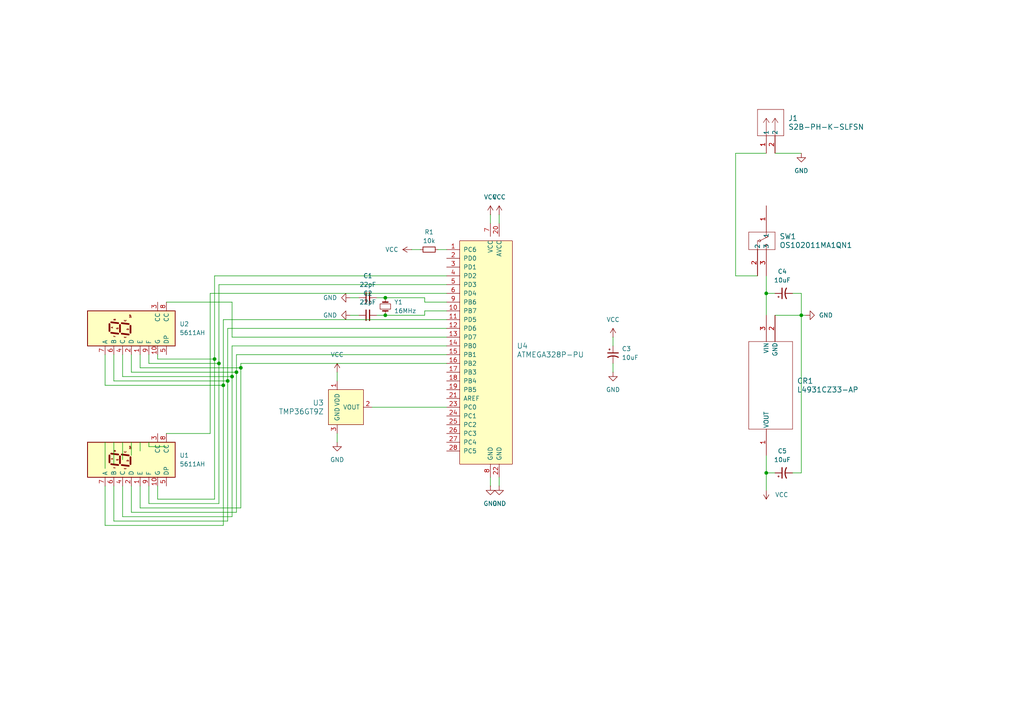
<source format=kicad_sch>
(kicad_sch
	(version 20231120)
	(generator "eeschema")
	(generator_version "8.0")
	(uuid "d2e0e40d-4145-4384-ad22-265f823b5043")
	(paper "A4")
	(lib_symbols
		(symbol "2024-08-25_23-06-52:S2B-PH-K-SLFSN"
			(pin_names
				(offset 0.254)
			)
			(exclude_from_sim no)
			(in_bom yes)
			(on_board yes)
			(property "Reference" "J"
				(at 8.89 6.35 0)
				(effects
					(font
						(size 1.524 1.524)
					)
				)
			)
			(property "Value" "S2B-PH-K-SLFSN"
				(at 0 0 0)
				(effects
					(font
						(size 1.524 1.524)
					)
				)
			)
			(property "Footprint" "CONN_S2B-PH-K-S_JST"
				(at 0 0 0)
				(effects
					(font
						(size 1.27 1.27)
						(italic yes)
					)
					(hide yes)
				)
			)
			(property "Datasheet" "S2B-PH-K-SLFSN"
				(at 0 0 0)
				(effects
					(font
						(size 1.27 1.27)
						(italic yes)
					)
					(hide yes)
				)
			)
			(property "Description" ""
				(at 0 0 0)
				(effects
					(font
						(size 1.27 1.27)
					)
					(hide yes)
				)
			)
			(property "ki_locked" ""
				(at 0 0 0)
				(effects
					(font
						(size 1.27 1.27)
					)
				)
			)
			(property "ki_keywords" "S2B-PH-K-S(LF)(SN)"
				(at 0 0 0)
				(effects
					(font
						(size 1.27 1.27)
					)
					(hide yes)
				)
			)
			(property "ki_fp_filters" "CONN_S2B-PH-K-S_JST"
				(at 0 0 0)
				(effects
					(font
						(size 1.27 1.27)
					)
					(hide yes)
				)
			)
			(symbol "S2B-PH-K-SLFSN_1_1"
				(polyline
					(pts
						(xy 5.08 -5.08) (xy 12.7 -5.08)
					)
					(stroke
						(width 0.127)
						(type default)
					)
					(fill
						(type none)
					)
				)
				(polyline
					(pts
						(xy 5.08 2.54) (xy 5.08 -5.08)
					)
					(stroke
						(width 0.127)
						(type default)
					)
					(fill
						(type none)
					)
				)
				(polyline
					(pts
						(xy 10.16 -2.54) (xy 5.08 -2.54)
					)
					(stroke
						(width 0.127)
						(type default)
					)
					(fill
						(type none)
					)
				)
				(polyline
					(pts
						(xy 10.16 -2.54) (xy 8.89 -3.3867)
					)
					(stroke
						(width 0.127)
						(type default)
					)
					(fill
						(type none)
					)
				)
				(polyline
					(pts
						(xy 10.16 -2.54) (xy 8.89 -1.6933)
					)
					(stroke
						(width 0.127)
						(type default)
					)
					(fill
						(type none)
					)
				)
				(polyline
					(pts
						(xy 10.16 0) (xy 5.08 0)
					)
					(stroke
						(width 0.127)
						(type default)
					)
					(fill
						(type none)
					)
				)
				(polyline
					(pts
						(xy 10.16 0) (xy 8.89 -0.8467)
					)
					(stroke
						(width 0.127)
						(type default)
					)
					(fill
						(type none)
					)
				)
				(polyline
					(pts
						(xy 10.16 0) (xy 8.89 0.8467)
					)
					(stroke
						(width 0.127)
						(type default)
					)
					(fill
						(type none)
					)
				)
				(polyline
					(pts
						(xy 12.7 -5.08) (xy 12.7 2.54)
					)
					(stroke
						(width 0.127)
						(type default)
					)
					(fill
						(type none)
					)
				)
				(polyline
					(pts
						(xy 12.7 2.54) (xy 5.08 2.54)
					)
					(stroke
						(width 0.127)
						(type default)
					)
					(fill
						(type none)
					)
				)
				(pin unspecified line
					(at 0 0 0)
					(length 5.08)
					(name "1"
						(effects
							(font
								(size 1.27 1.27)
							)
						)
					)
					(number "1"
						(effects
							(font
								(size 1.27 1.27)
							)
						)
					)
				)
				(pin unspecified line
					(at 0 -2.54 0)
					(length 5.08)
					(name "2"
						(effects
							(font
								(size 1.27 1.27)
							)
						)
					)
					(number "2"
						(effects
							(font
								(size 1.27 1.27)
							)
						)
					)
				)
			)
			(symbol "S2B-PH-K-SLFSN_1_2"
				(polyline
					(pts
						(xy 5.08 -5.08) (xy 12.7 -5.08)
					)
					(stroke
						(width 0.127)
						(type default)
					)
					(fill
						(type none)
					)
				)
				(polyline
					(pts
						(xy 5.08 2.54) (xy 5.08 -5.08)
					)
					(stroke
						(width 0.127)
						(type default)
					)
					(fill
						(type none)
					)
				)
				(polyline
					(pts
						(xy 7.62 -2.54) (xy 5.08 -2.54)
					)
					(stroke
						(width 0.127)
						(type default)
					)
					(fill
						(type none)
					)
				)
				(polyline
					(pts
						(xy 7.62 -2.54) (xy 8.89 -3.3867)
					)
					(stroke
						(width 0.127)
						(type default)
					)
					(fill
						(type none)
					)
				)
				(polyline
					(pts
						(xy 7.62 -2.54) (xy 8.89 -1.6933)
					)
					(stroke
						(width 0.127)
						(type default)
					)
					(fill
						(type none)
					)
				)
				(polyline
					(pts
						(xy 7.62 0) (xy 5.08 0)
					)
					(stroke
						(width 0.127)
						(type default)
					)
					(fill
						(type none)
					)
				)
				(polyline
					(pts
						(xy 7.62 0) (xy 8.89 -0.8467)
					)
					(stroke
						(width 0.127)
						(type default)
					)
					(fill
						(type none)
					)
				)
				(polyline
					(pts
						(xy 7.62 0) (xy 8.89 0.8467)
					)
					(stroke
						(width 0.127)
						(type default)
					)
					(fill
						(type none)
					)
				)
				(polyline
					(pts
						(xy 12.7 -5.08) (xy 12.7 2.54)
					)
					(stroke
						(width 0.127)
						(type default)
					)
					(fill
						(type none)
					)
				)
				(polyline
					(pts
						(xy 12.7 2.54) (xy 5.08 2.54)
					)
					(stroke
						(width 0.127)
						(type default)
					)
					(fill
						(type none)
					)
				)
				(pin unspecified line
					(at 0 0 0)
					(length 5.08)
					(name "1"
						(effects
							(font
								(size 1.27 1.27)
							)
						)
					)
					(number "1"
						(effects
							(font
								(size 1.27 1.27)
							)
						)
					)
				)
				(pin unspecified line
					(at 0 -2.54 0)
					(length 5.08)
					(name "2"
						(effects
							(font
								(size 1.27 1.27)
							)
						)
					)
					(number "2"
						(effects
							(font
								(size 1.27 1.27)
							)
						)
					)
				)
			)
		)
		(symbol "2024-08-25_23-10-32:L4931CZ33-AP"
			(pin_names
				(offset 0.254)
			)
			(exclude_from_sim no)
			(in_bom yes)
			(on_board yes)
			(property "Reference" "CR"
				(at 20.32 10.16 0)
				(effects
					(font
						(size 1.524 1.524)
					)
				)
			)
			(property "Value" "L4931CZ33-AP"
				(at 20.32 7.62 0)
				(effects
					(font
						(size 1.524 1.524)
					)
				)
			)
			(property "Footprint" "TO-92-TR_STM"
				(at 0 0 0)
				(effects
					(font
						(size 1.27 1.27)
						(italic yes)
					)
					(hide yes)
				)
			)
			(property "Datasheet" "L4931CZ33-AP"
				(at 0 0 0)
				(effects
					(font
						(size 1.27 1.27)
						(italic yes)
					)
					(hide yes)
				)
			)
			(property "Description" ""
				(at 0 0 0)
				(effects
					(font
						(size 1.27 1.27)
					)
					(hide yes)
				)
			)
			(property "ki_locked" ""
				(at 0 0 0)
				(effects
					(font
						(size 1.27 1.27)
					)
				)
			)
			(property "ki_keywords" "L4931CZ33-AP"
				(at 0 0 0)
				(effects
					(font
						(size 1.27 1.27)
					)
					(hide yes)
				)
			)
			(property "ki_fp_filters" "TO-92-TR_STM"
				(at 0 0 0)
				(effects
					(font
						(size 1.27 1.27)
					)
					(hide yes)
				)
			)
			(symbol "L4931CZ33-AP_0_1"
				(polyline
					(pts
						(xy 7.62 -7.62) (xy 33.02 -7.62)
					)
					(stroke
						(width 0.127)
						(type default)
					)
					(fill
						(type none)
					)
				)
				(polyline
					(pts
						(xy 7.62 5.08) (xy 7.62 -7.62)
					)
					(stroke
						(width 0.127)
						(type default)
					)
					(fill
						(type none)
					)
				)
				(polyline
					(pts
						(xy 33.02 -7.62) (xy 33.02 5.08)
					)
					(stroke
						(width 0.127)
						(type default)
					)
					(fill
						(type none)
					)
				)
				(polyline
					(pts
						(xy 33.02 5.08) (xy 7.62 5.08)
					)
					(stroke
						(width 0.127)
						(type default)
					)
					(fill
						(type none)
					)
				)
				(pin output line
					(at 0 0 0)
					(length 7.62)
					(name "VOUT"
						(effects
							(font
								(size 1.27 1.27)
							)
						)
					)
					(number "1"
						(effects
							(font
								(size 1.27 1.27)
							)
						)
					)
				)
				(pin power_out line
					(at 40.64 -2.54 180)
					(length 7.62)
					(name "GND"
						(effects
							(font
								(size 1.27 1.27)
							)
						)
					)
					(number "2"
						(effects
							(font
								(size 1.27 1.27)
							)
						)
					)
				)
				(pin input line
					(at 40.64 0 180)
					(length 7.62)
					(name "VIN"
						(effects
							(font
								(size 1.27 1.27)
							)
						)
					)
					(number "3"
						(effects
							(font
								(size 1.27 1.27)
							)
						)
					)
				)
			)
		)
		(symbol "2024-08-25_23-12-27:OS102011MA1QN1"
			(pin_names
				(offset 0.254)
			)
			(exclude_from_sim no)
			(in_bom yes)
			(on_board yes)
			(property "Reference" "SW"
				(at 10.16 7.62 0)
				(effects
					(font
						(size 1.524 1.524)
					)
				)
			)
			(property "Value" "OS102011MA1QN1"
				(at 10.16 5.08 0)
				(effects
					(font
						(size 1.524 1.524)
					)
				)
			)
			(property "Footprint" "OS102011MA1QN1_CNK"
				(at 0 0 0)
				(effects
					(font
						(size 1.27 1.27)
						(italic yes)
					)
					(hide yes)
				)
			)
			(property "Datasheet" "OS102011MA1QN1"
				(at 0 0 0)
				(effects
					(font
						(size 1.27 1.27)
						(italic yes)
					)
					(hide yes)
				)
			)
			(property "Description" ""
				(at 0 0 0)
				(effects
					(font
						(size 1.27 1.27)
					)
					(hide yes)
				)
			)
			(property "ki_locked" ""
				(at 0 0 0)
				(effects
					(font
						(size 1.27 1.27)
					)
				)
			)
			(property "ki_keywords" "OS102011MA1QN1"
				(at 0 0 0)
				(effects
					(font
						(size 1.27 1.27)
					)
					(hide yes)
				)
			)
			(property "ki_fp_filters" "OS102011MA1QN1_CNK"
				(at 0 0 0)
				(effects
					(font
						(size 1.27 1.27)
					)
					(hide yes)
				)
			)
			(symbol "OS102011MA1QN1_0_1"
				(polyline
					(pts
						(xy 7.62 -5.08) (xy 12.7 -5.08)
					)
					(stroke
						(width 0.127)
						(type default)
					)
					(fill
						(type none)
					)
				)
				(polyline
					(pts
						(xy 7.62 0) (xy 8.5725 0)
					)
					(stroke
						(width 0.127)
						(type default)
					)
					(fill
						(type none)
					)
				)
				(polyline
					(pts
						(xy 7.62 2.54) (xy 7.62 -5.08)
					)
					(stroke
						(width 0.127)
						(type default)
					)
					(fill
						(type none)
					)
				)
				(polyline
					(pts
						(xy 10.16 -2.54) (xy 10.16 -2.2098)
					)
					(stroke
						(width 0.127)
						(type default)
					)
					(fill
						(type none)
					)
				)
				(polyline
					(pts
						(xy 10.16 -2.54) (xy 12.7 -2.54)
					)
					(stroke
						(width 0.127)
						(type default)
					)
					(fill
						(type none)
					)
				)
				(polyline
					(pts
						(xy 10.16 -1.905) (xy 8.89 0.635)
					)
					(stroke
						(width 0.127)
						(type default)
					)
					(fill
						(type none)
					)
				)
				(polyline
					(pts
						(xy 11.7475 0) (xy 12.7 0)
					)
					(stroke
						(width 0.127)
						(type default)
					)
					(fill
						(type none)
					)
				)
				(polyline
					(pts
						(xy 12.7 -5.08) (xy 12.7 2.54)
					)
					(stroke
						(width 0.127)
						(type default)
					)
					(fill
						(type none)
					)
				)
				(polyline
					(pts
						(xy 12.7 2.54) (xy 7.62 2.54)
					)
					(stroke
						(width 0.127)
						(type default)
					)
					(fill
						(type none)
					)
				)
				(circle
					(center 8.89 0)
					(radius 0.3048)
					(stroke
						(width 0.127)
						(type default)
					)
					(fill
						(type none)
					)
				)
				(circle
					(center 10.16 -1.905)
					(radius 0.3048)
					(stroke
						(width 0.127)
						(type default)
					)
					(fill
						(type none)
					)
				)
				(circle
					(center 11.43 0)
					(radius 0.3048)
					(stroke
						(width 0.127)
						(type default)
					)
					(fill
						(type none)
					)
				)
				(pin unspecified line
					(at 0 0 0)
					(length 7.62)
					(name "1"
						(effects
							(font
								(size 1.27 1.27)
							)
						)
					)
					(number "1"
						(effects
							(font
								(size 1.27 1.27)
							)
						)
					)
				)
				(pin unspecified line
					(at 20.32 -2.54 180)
					(length 7.62)
					(name "2"
						(effects
							(font
								(size 1.27 1.27)
							)
						)
					)
					(number "2"
						(effects
							(font
								(size 1.27 1.27)
							)
						)
					)
				)
				(pin unspecified line
					(at 20.32 0 180)
					(length 7.62)
					(name "3"
						(effects
							(font
								(size 1.27 1.27)
							)
						)
					)
					(number "3"
						(effects
							(font
								(size 1.27 1.27)
							)
						)
					)
				)
			)
		)
		(symbol "Device:C_Polarized_Small_US"
			(pin_numbers hide)
			(pin_names
				(offset 0.254) hide)
			(exclude_from_sim no)
			(in_bom yes)
			(on_board yes)
			(property "Reference" "C"
				(at 0.254 1.778 0)
				(effects
					(font
						(size 1.27 1.27)
					)
					(justify left)
				)
			)
			(property "Value" "C_Polarized_Small_US"
				(at 0.254 -2.032 0)
				(effects
					(font
						(size 1.27 1.27)
					)
					(justify left)
				)
			)
			(property "Footprint" ""
				(at 0 0 0)
				(effects
					(font
						(size 1.27 1.27)
					)
					(hide yes)
				)
			)
			(property "Datasheet" "~"
				(at 0 0 0)
				(effects
					(font
						(size 1.27 1.27)
					)
					(hide yes)
				)
			)
			(property "Description" "Polarized capacitor, small US symbol"
				(at 0 0 0)
				(effects
					(font
						(size 1.27 1.27)
					)
					(hide yes)
				)
			)
			(property "ki_keywords" "cap capacitor"
				(at 0 0 0)
				(effects
					(font
						(size 1.27 1.27)
					)
					(hide yes)
				)
			)
			(property "ki_fp_filters" "CP_*"
				(at 0 0 0)
				(effects
					(font
						(size 1.27 1.27)
					)
					(hide yes)
				)
			)
			(symbol "C_Polarized_Small_US_0_1"
				(polyline
					(pts
						(xy -1.524 0.508) (xy 1.524 0.508)
					)
					(stroke
						(width 0.3048)
						(type default)
					)
					(fill
						(type none)
					)
				)
				(polyline
					(pts
						(xy -1.27 1.524) (xy -0.762 1.524)
					)
					(stroke
						(width 0)
						(type default)
					)
					(fill
						(type none)
					)
				)
				(polyline
					(pts
						(xy -1.016 1.27) (xy -1.016 1.778)
					)
					(stroke
						(width 0)
						(type default)
					)
					(fill
						(type none)
					)
				)
				(arc
					(start 1.524 -0.762)
					(mid 0 -0.3734)
					(end -1.524 -0.762)
					(stroke
						(width 0.3048)
						(type default)
					)
					(fill
						(type none)
					)
				)
			)
			(symbol "C_Polarized_Small_US_1_1"
				(pin passive line
					(at 0 2.54 270)
					(length 2.032)
					(name "~"
						(effects
							(font
								(size 1.27 1.27)
							)
						)
					)
					(number "1"
						(effects
							(font
								(size 1.27 1.27)
							)
						)
					)
				)
				(pin passive line
					(at 0 -2.54 90)
					(length 2.032)
					(name "~"
						(effects
							(font
								(size 1.27 1.27)
							)
						)
					)
					(number "2"
						(effects
							(font
								(size 1.27 1.27)
							)
						)
					)
				)
			)
		)
		(symbol "Device:C_Small"
			(pin_numbers hide)
			(pin_names
				(offset 0.254) hide)
			(exclude_from_sim no)
			(in_bom yes)
			(on_board yes)
			(property "Reference" "C"
				(at 0.254 1.778 0)
				(effects
					(font
						(size 1.27 1.27)
					)
					(justify left)
				)
			)
			(property "Value" "C_Small"
				(at 0.254 -2.032 0)
				(effects
					(font
						(size 1.27 1.27)
					)
					(justify left)
				)
			)
			(property "Footprint" ""
				(at 0 0 0)
				(effects
					(font
						(size 1.27 1.27)
					)
					(hide yes)
				)
			)
			(property "Datasheet" "~"
				(at 0 0 0)
				(effects
					(font
						(size 1.27 1.27)
					)
					(hide yes)
				)
			)
			(property "Description" "Unpolarized capacitor, small symbol"
				(at 0 0 0)
				(effects
					(font
						(size 1.27 1.27)
					)
					(hide yes)
				)
			)
			(property "ki_keywords" "capacitor cap"
				(at 0 0 0)
				(effects
					(font
						(size 1.27 1.27)
					)
					(hide yes)
				)
			)
			(property "ki_fp_filters" "C_*"
				(at 0 0 0)
				(effects
					(font
						(size 1.27 1.27)
					)
					(hide yes)
				)
			)
			(symbol "C_Small_0_1"
				(polyline
					(pts
						(xy -1.524 -0.508) (xy 1.524 -0.508)
					)
					(stroke
						(width 0.3302)
						(type default)
					)
					(fill
						(type none)
					)
				)
				(polyline
					(pts
						(xy -1.524 0.508) (xy 1.524 0.508)
					)
					(stroke
						(width 0.3048)
						(type default)
					)
					(fill
						(type none)
					)
				)
			)
			(symbol "C_Small_1_1"
				(pin passive line
					(at 0 2.54 270)
					(length 2.032)
					(name "~"
						(effects
							(font
								(size 1.27 1.27)
							)
						)
					)
					(number "1"
						(effects
							(font
								(size 1.27 1.27)
							)
						)
					)
				)
				(pin passive line
					(at 0 -2.54 90)
					(length 2.032)
					(name "~"
						(effects
							(font
								(size 1.27 1.27)
							)
						)
					)
					(number "2"
						(effects
							(font
								(size 1.27 1.27)
							)
						)
					)
				)
			)
		)
		(symbol "Device:Crystal_Small"
			(pin_numbers hide)
			(pin_names
				(offset 1.016) hide)
			(exclude_from_sim no)
			(in_bom yes)
			(on_board yes)
			(property "Reference" "Y"
				(at 0 2.54 0)
				(effects
					(font
						(size 1.27 1.27)
					)
				)
			)
			(property "Value" "Crystal_Small"
				(at 0 -2.54 0)
				(effects
					(font
						(size 1.27 1.27)
					)
				)
			)
			(property "Footprint" ""
				(at 0 0 0)
				(effects
					(font
						(size 1.27 1.27)
					)
					(hide yes)
				)
			)
			(property "Datasheet" "~"
				(at 0 0 0)
				(effects
					(font
						(size 1.27 1.27)
					)
					(hide yes)
				)
			)
			(property "Description" "Two pin crystal, small symbol"
				(at 0 0 0)
				(effects
					(font
						(size 1.27 1.27)
					)
					(hide yes)
				)
			)
			(property "ki_keywords" "quartz ceramic resonator oscillator"
				(at 0 0 0)
				(effects
					(font
						(size 1.27 1.27)
					)
					(hide yes)
				)
			)
			(property "ki_fp_filters" "Crystal*"
				(at 0 0 0)
				(effects
					(font
						(size 1.27 1.27)
					)
					(hide yes)
				)
			)
			(symbol "Crystal_Small_0_1"
				(rectangle
					(start -0.762 -1.524)
					(end 0.762 1.524)
					(stroke
						(width 0)
						(type default)
					)
					(fill
						(type none)
					)
				)
				(polyline
					(pts
						(xy -1.27 -0.762) (xy -1.27 0.762)
					)
					(stroke
						(width 0.381)
						(type default)
					)
					(fill
						(type none)
					)
				)
				(polyline
					(pts
						(xy 1.27 -0.762) (xy 1.27 0.762)
					)
					(stroke
						(width 0.381)
						(type default)
					)
					(fill
						(type none)
					)
				)
			)
			(symbol "Crystal_Small_1_1"
				(pin passive line
					(at -2.54 0 0)
					(length 1.27)
					(name "1"
						(effects
							(font
								(size 1.27 1.27)
							)
						)
					)
					(number "1"
						(effects
							(font
								(size 1.27 1.27)
							)
						)
					)
				)
				(pin passive line
					(at 2.54 0 180)
					(length 1.27)
					(name "2"
						(effects
							(font
								(size 1.27 1.27)
							)
						)
					)
					(number "2"
						(effects
							(font
								(size 1.27 1.27)
							)
						)
					)
				)
			)
		)
		(symbol "Device:R_Small"
			(pin_numbers hide)
			(pin_names
				(offset 0.254) hide)
			(exclude_from_sim no)
			(in_bom yes)
			(on_board yes)
			(property "Reference" "R"
				(at 0.762 0.508 0)
				(effects
					(font
						(size 1.27 1.27)
					)
					(justify left)
				)
			)
			(property "Value" "R_Small"
				(at 0.762 -1.016 0)
				(effects
					(font
						(size 1.27 1.27)
					)
					(justify left)
				)
			)
			(property "Footprint" ""
				(at 0 0 0)
				(effects
					(font
						(size 1.27 1.27)
					)
					(hide yes)
				)
			)
			(property "Datasheet" "~"
				(at 0 0 0)
				(effects
					(font
						(size 1.27 1.27)
					)
					(hide yes)
				)
			)
			(property "Description" "Resistor, small symbol"
				(at 0 0 0)
				(effects
					(font
						(size 1.27 1.27)
					)
					(hide yes)
				)
			)
			(property "ki_keywords" "R resistor"
				(at 0 0 0)
				(effects
					(font
						(size 1.27 1.27)
					)
					(hide yes)
				)
			)
			(property "ki_fp_filters" "R_*"
				(at 0 0 0)
				(effects
					(font
						(size 1.27 1.27)
					)
					(hide yes)
				)
			)
			(symbol "R_Small_0_1"
				(rectangle
					(start -0.762 1.778)
					(end 0.762 -1.778)
					(stroke
						(width 0.2032)
						(type default)
					)
					(fill
						(type none)
					)
				)
			)
			(symbol "R_Small_1_1"
				(pin passive line
					(at 0 2.54 270)
					(length 0.762)
					(name "~"
						(effects
							(font
								(size 1.27 1.27)
							)
						)
					)
					(number "1"
						(effects
							(font
								(size 1.27 1.27)
							)
						)
					)
				)
				(pin passive line
					(at 0 -2.54 90)
					(length 0.762)
					(name "~"
						(effects
							(font
								(size 1.27 1.27)
							)
						)
					)
					(number "2"
						(effects
							(font
								(size 1.27 1.27)
							)
						)
					)
				)
			)
		)
		(symbol "Display_Character:D168K"
			(exclude_from_sim no)
			(in_bom yes)
			(on_board yes)
			(property "Reference" "U"
				(at -2.54 13.97 0)
				(effects
					(font
						(size 1.27 1.27)
					)
					(justify right)
				)
			)
			(property "Value" "D168K"
				(at 1.27 13.97 0)
				(effects
					(font
						(size 1.27 1.27)
					)
					(justify left)
				)
			)
			(property "Footprint" "Display_7Segment:D1X8K"
				(at 0 -15.24 0)
				(effects
					(font
						(size 1.27 1.27)
					)
					(hide yes)
				)
			)
			(property "Datasheet" "https://ia800903.us.archive.org/24/items/CTKD1x8K/Cromatek%20D168K.pdf"
				(at -12.7 12.065 0)
				(effects
					(font
						(size 1.27 1.27)
					)
					(justify left)
					(hide yes)
				)
			)
			(property "Description" "One digit 7 segment ultra bright red LED, low current, common cathode"
				(at 0 0 0)
				(effects
					(font
						(size 1.27 1.27)
					)
					(hide yes)
				)
			)
			(property "ki_keywords" "display LED 7-segment"
				(at 0 0 0)
				(effects
					(font
						(size 1.27 1.27)
					)
					(hide yes)
				)
			)
			(property "ki_fp_filters" "D1X8K*"
				(at 0 0 0)
				(effects
					(font
						(size 1.27 1.27)
					)
					(hide yes)
				)
			)
			(symbol "D168K_0_0"
				(text "A"
					(at 0.254 5.588 0)
					(effects
						(font
							(size 0.508 0.508)
						)
					)
				)
				(text "B"
					(at 2.54 4.826 0)
					(effects
						(font
							(size 0.508 0.508)
						)
					)
				)
				(text "C"
					(at 2.286 1.778 0)
					(effects
						(font
							(size 0.508 0.508)
						)
					)
				)
				(text "D"
					(at -0.254 1.016 0)
					(effects
						(font
							(size 0.508 0.508)
						)
					)
				)
				(text "DP"
					(at 3.556 0.254 0)
					(effects
						(font
							(size 0.508 0.508)
						)
					)
				)
				(text "E"
					(at -2.54 1.778 0)
					(effects
						(font
							(size 0.508 0.508)
						)
					)
				)
				(text "F"
					(at -2.286 4.826 0)
					(effects
						(font
							(size 0.508 0.508)
						)
					)
				)
				(text "G"
					(at 0 4.064 0)
					(effects
						(font
							(size 0.508 0.508)
						)
					)
				)
			)
			(symbol "D168K_0_1"
				(rectangle
					(start -5.08 12.7)
					(end 5.08 -12.7)
					(stroke
						(width 0.254)
						(type default)
					)
					(fill
						(type background)
					)
				)
				(polyline
					(pts
						(xy -1.524 2.794) (xy -1.778 0.762)
					)
					(stroke
						(width 0.508)
						(type default)
					)
					(fill
						(type none)
					)
				)
				(polyline
					(pts
						(xy -1.27 0.254) (xy 0.762 0.254)
					)
					(stroke
						(width 0.508)
						(type default)
					)
					(fill
						(type none)
					)
				)
				(polyline
					(pts
						(xy -1.27 5.842) (xy -1.524 3.81)
					)
					(stroke
						(width 0.508)
						(type default)
					)
					(fill
						(type none)
					)
				)
				(polyline
					(pts
						(xy -1.016 3.302) (xy 1.016 3.302)
					)
					(stroke
						(width 0.508)
						(type default)
					)
					(fill
						(type none)
					)
				)
				(polyline
					(pts
						(xy -0.762 6.35) (xy 1.27 6.35)
					)
					(stroke
						(width 0.508)
						(type default)
					)
					(fill
						(type none)
					)
				)
				(polyline
					(pts
						(xy 1.524 2.794) (xy 1.27 0.762)
					)
					(stroke
						(width 0.508)
						(type default)
					)
					(fill
						(type none)
					)
				)
				(polyline
					(pts
						(xy 1.778 5.842) (xy 1.524 3.81)
					)
					(stroke
						(width 0.508)
						(type default)
					)
					(fill
						(type none)
					)
				)
				(polyline
					(pts
						(xy 2.54 0.254) (xy 2.54 0.254)
					)
					(stroke
						(width 0.508)
						(type default)
					)
					(fill
						(type none)
					)
				)
			)
			(symbol "D168K_1_1"
				(pin input line
					(at -7.62 -2.54 0)
					(length 2.54)
					(name "E"
						(effects
							(font
								(size 1.27 1.27)
							)
						)
					)
					(number "1"
						(effects
							(font
								(size 1.27 1.27)
							)
						)
					)
				)
				(pin input line
					(at -7.62 -7.62 0)
					(length 2.54)
					(name "G"
						(effects
							(font
								(size 1.27 1.27)
							)
						)
					)
					(number "10"
						(effects
							(font
								(size 1.27 1.27)
							)
						)
					)
				)
				(pin input line
					(at -7.62 0 0)
					(length 2.54)
					(name "D"
						(effects
							(font
								(size 1.27 1.27)
							)
						)
					)
					(number "2"
						(effects
							(font
								(size 1.27 1.27)
							)
						)
					)
				)
				(pin input line
					(at 7.62 -7.62 180)
					(length 2.54)
					(name "CC"
						(effects
							(font
								(size 1.27 1.27)
							)
						)
					)
					(number "3"
						(effects
							(font
								(size 1.27 1.27)
							)
						)
					)
				)
				(pin input line
					(at -7.62 2.54 0)
					(length 2.54)
					(name "C"
						(effects
							(font
								(size 1.27 1.27)
							)
						)
					)
					(number "4"
						(effects
							(font
								(size 1.27 1.27)
							)
						)
					)
				)
				(pin input line
					(at -7.62 -10.16 0)
					(length 2.54)
					(name "DP"
						(effects
							(font
								(size 1.27 1.27)
							)
						)
					)
					(number "5"
						(effects
							(font
								(size 1.27 1.27)
							)
						)
					)
				)
				(pin input line
					(at -7.62 5.08 0)
					(length 2.54)
					(name "B"
						(effects
							(font
								(size 1.27 1.27)
							)
						)
					)
					(number "6"
						(effects
							(font
								(size 1.27 1.27)
							)
						)
					)
				)
				(pin input line
					(at -7.62 7.62 0)
					(length 2.54)
					(name "A"
						(effects
							(font
								(size 1.27 1.27)
							)
						)
					)
					(number "7"
						(effects
							(font
								(size 1.27 1.27)
							)
						)
					)
				)
				(pin input line
					(at 7.62 -10.16 180)
					(length 2.54)
					(name "CC"
						(effects
							(font
								(size 1.27 1.27)
							)
						)
					)
					(number "8"
						(effects
							(font
								(size 1.27 1.27)
							)
						)
					)
				)
				(pin input line
					(at -7.62 -5.08 0)
					(length 2.54)
					(name "F"
						(effects
							(font
								(size 1.27 1.27)
							)
						)
					)
					(number "9"
						(effects
							(font
								(size 1.27 1.27)
							)
						)
					)
				)
			)
		)
		(symbol "dk_Embedded-Microcontrollers:ATMEGA328P-PU"
			(pin_names
				(offset 1.016)
			)
			(exclude_from_sim no)
			(in_bom yes)
			(on_board yes)
			(property "Reference" "U"
				(at -8.89 33.02 0)
				(effects
					(font
						(size 1.524 1.524)
					)
					(justify left)
				)
			)
			(property "Value" "ATMEGA328P-PU"
				(at 2.54 -1.27 90)
				(effects
					(font
						(size 1.524 1.524)
					)
				)
			)
			(property "Footprint" "digikey-footprints:DIP-28_W7.62mm"
				(at 5.08 5.08 0)
				(effects
					(font
						(size 1.524 1.524)
					)
					(justify left)
					(hide yes)
				)
			)
			(property "Datasheet" "http://www.microchip.com/mymicrochip/filehandler.aspx?ddocname=en608326"
				(at 5.08 7.62 0)
				(effects
					(font
						(size 1.524 1.524)
					)
					(justify left)
					(hide yes)
				)
			)
			(property "Description" "IC MCU 8BIT 32KB FLASH 28DIP"
				(at 0 0 0)
				(effects
					(font
						(size 1.27 1.27)
					)
					(hide yes)
				)
			)
			(property "Digi-Key_PN" "ATMEGA328P-PU-ND"
				(at 5.08 10.16 0)
				(effects
					(font
						(size 1.524 1.524)
					)
					(justify left)
					(hide yes)
				)
			)
			(property "MPN" "ATMEGA328P-PU"
				(at 5.08 12.7 0)
				(effects
					(font
						(size 1.524 1.524)
					)
					(justify left)
					(hide yes)
				)
			)
			(property "Category" "Integrated Circuits (ICs)"
				(at 5.08 15.24 0)
				(effects
					(font
						(size 1.524 1.524)
					)
					(justify left)
					(hide yes)
				)
			)
			(property "Family" "Embedded - Microcontrollers"
				(at 5.08 17.78 0)
				(effects
					(font
						(size 1.524 1.524)
					)
					(justify left)
					(hide yes)
				)
			)
			(property "DK_Datasheet_Link" "http://www.microchip.com/mymicrochip/filehandler.aspx?ddocname=en608326"
				(at 5.08 20.32 0)
				(effects
					(font
						(size 1.524 1.524)
					)
					(justify left)
					(hide yes)
				)
			)
			(property "DK_Detail_Page" "/product-detail/en/microchip-technology/ATMEGA328P-PU/ATMEGA328P-PU-ND/1914589"
				(at 5.08 22.86 0)
				(effects
					(font
						(size 1.524 1.524)
					)
					(justify left)
					(hide yes)
				)
			)
			(property "Description_1" "IC MCU 8BIT 32KB FLASH 28DIP"
				(at 5.08 25.4 0)
				(effects
					(font
						(size 1.524 1.524)
					)
					(justify left)
					(hide yes)
				)
			)
			(property "Manufacturer" "Microchip Technology"
				(at 5.08 27.94 0)
				(effects
					(font
						(size 1.524 1.524)
					)
					(justify left)
					(hide yes)
				)
			)
			(property "Status" "Active"
				(at 5.08 30.48 0)
				(effects
					(font
						(size 1.524 1.524)
					)
					(justify left)
					(hide yes)
				)
			)
			(property "ki_keywords" "ATMEGA328P-PU-ND AVR® ATmega"
				(at 0 0 0)
				(effects
					(font
						(size 1.27 1.27)
					)
					(hide yes)
				)
			)
			(symbol "ATMEGA328P-PU_0_1"
				(rectangle
					(start -8.89 30.48)
					(end 6.35 -34.29)
					(stroke
						(width 0)
						(type solid)
					)
					(fill
						(type background)
					)
				)
			)
			(symbol "ATMEGA328P-PU_1_1"
				(pin bidirectional line
					(at -12.7 27.94 0)
					(length 3.81)
					(name "PC6"
						(effects
							(font
								(size 1.27 1.27)
							)
						)
					)
					(number "1"
						(effects
							(font
								(size 1.27 1.27)
							)
						)
					)
				)
				(pin bidirectional line
					(at -12.7 10.16 0)
					(length 3.81)
					(name "PB7"
						(effects
							(font
								(size 1.27 1.27)
							)
						)
					)
					(number "10"
						(effects
							(font
								(size 1.27 1.27)
							)
						)
					)
				)
				(pin bidirectional line
					(at -12.7 7.62 0)
					(length 3.81)
					(name "PD5"
						(effects
							(font
								(size 1.27 1.27)
							)
						)
					)
					(number "11"
						(effects
							(font
								(size 1.27 1.27)
							)
						)
					)
				)
				(pin bidirectional line
					(at -12.7 5.08 0)
					(length 3.81)
					(name "PD6"
						(effects
							(font
								(size 1.27 1.27)
							)
						)
					)
					(number "12"
						(effects
							(font
								(size 1.27 1.27)
							)
						)
					)
				)
				(pin bidirectional line
					(at -12.7 2.54 0)
					(length 3.81)
					(name "PD7"
						(effects
							(font
								(size 1.27 1.27)
							)
						)
					)
					(number "13"
						(effects
							(font
								(size 1.27 1.27)
							)
						)
					)
				)
				(pin bidirectional line
					(at -12.7 0 0)
					(length 3.81)
					(name "PB0"
						(effects
							(font
								(size 1.27 1.27)
							)
						)
					)
					(number "14"
						(effects
							(font
								(size 1.27 1.27)
							)
						)
					)
				)
				(pin bidirectional line
					(at -12.7 -2.54 0)
					(length 3.81)
					(name "PB1"
						(effects
							(font
								(size 1.27 1.27)
							)
						)
					)
					(number "15"
						(effects
							(font
								(size 1.27 1.27)
							)
						)
					)
				)
				(pin bidirectional line
					(at -12.7 -5.08 0)
					(length 3.81)
					(name "PB2"
						(effects
							(font
								(size 1.27 1.27)
							)
						)
					)
					(number "16"
						(effects
							(font
								(size 1.27 1.27)
							)
						)
					)
				)
				(pin bidirectional line
					(at -12.7 -7.62 0)
					(length 3.81)
					(name "PB3"
						(effects
							(font
								(size 1.27 1.27)
							)
						)
					)
					(number "17"
						(effects
							(font
								(size 1.27 1.27)
							)
						)
					)
				)
				(pin bidirectional line
					(at -12.7 -10.16 0)
					(length 3.81)
					(name "PB4"
						(effects
							(font
								(size 1.27 1.27)
							)
						)
					)
					(number "18"
						(effects
							(font
								(size 1.27 1.27)
							)
						)
					)
				)
				(pin bidirectional line
					(at -12.7 -12.7 0)
					(length 3.81)
					(name "PB5"
						(effects
							(font
								(size 1.27 1.27)
							)
						)
					)
					(number "19"
						(effects
							(font
								(size 1.27 1.27)
							)
						)
					)
				)
				(pin bidirectional line
					(at -12.7 25.4 0)
					(length 3.81)
					(name "PD0"
						(effects
							(font
								(size 1.27 1.27)
							)
						)
					)
					(number "2"
						(effects
							(font
								(size 1.27 1.27)
							)
						)
					)
				)
				(pin power_in line
					(at 2.54 35.56 270)
					(length 3.81)
					(name "AVCC"
						(effects
							(font
								(size 1.27 1.27)
							)
						)
					)
					(number "20"
						(effects
							(font
								(size 1.27 1.27)
							)
						)
					)
				)
				(pin input line
					(at -12.7 -15.24 0)
					(length 3.81)
					(name "AREF"
						(effects
							(font
								(size 1.27 1.27)
							)
						)
					)
					(number "21"
						(effects
							(font
								(size 1.27 1.27)
							)
						)
					)
				)
				(pin power_in line
					(at 2.54 -38.1 90)
					(length 3.81)
					(name "GND"
						(effects
							(font
								(size 1.27 1.27)
							)
						)
					)
					(number "22"
						(effects
							(font
								(size 1.27 1.27)
							)
						)
					)
				)
				(pin bidirectional line
					(at -12.7 -17.78 0)
					(length 3.81)
					(name "PC0"
						(effects
							(font
								(size 1.27 1.27)
							)
						)
					)
					(number "23"
						(effects
							(font
								(size 1.27 1.27)
							)
						)
					)
				)
				(pin bidirectional line
					(at -12.7 -20.32 0)
					(length 3.81)
					(name "PC1"
						(effects
							(font
								(size 1.27 1.27)
							)
						)
					)
					(number "24"
						(effects
							(font
								(size 1.27 1.27)
							)
						)
					)
				)
				(pin bidirectional line
					(at -12.7 -22.86 0)
					(length 3.81)
					(name "PC2"
						(effects
							(font
								(size 1.27 1.27)
							)
						)
					)
					(number "25"
						(effects
							(font
								(size 1.27 1.27)
							)
						)
					)
				)
				(pin bidirectional line
					(at -12.7 -25.4 0)
					(length 3.81)
					(name "PC3"
						(effects
							(font
								(size 1.27 1.27)
							)
						)
					)
					(number "26"
						(effects
							(font
								(size 1.27 1.27)
							)
						)
					)
				)
				(pin bidirectional line
					(at -12.7 -27.94 0)
					(length 3.81)
					(name "PC4"
						(effects
							(font
								(size 1.27 1.27)
							)
						)
					)
					(number "27"
						(effects
							(font
								(size 1.27 1.27)
							)
						)
					)
				)
				(pin bidirectional line
					(at -12.7 -30.48 0)
					(length 3.81)
					(name "PC5"
						(effects
							(font
								(size 1.27 1.27)
							)
						)
					)
					(number "28"
						(effects
							(font
								(size 1.27 1.27)
							)
						)
					)
				)
				(pin bidirectional line
					(at -12.7 22.86 0)
					(length 3.81)
					(name "PD1"
						(effects
							(font
								(size 1.27 1.27)
							)
						)
					)
					(number "3"
						(effects
							(font
								(size 1.27 1.27)
							)
						)
					)
				)
				(pin bidirectional line
					(at -12.7 20.32 0)
					(length 3.81)
					(name "PD2"
						(effects
							(font
								(size 1.27 1.27)
							)
						)
					)
					(number "4"
						(effects
							(font
								(size 1.27 1.27)
							)
						)
					)
				)
				(pin bidirectional line
					(at -12.7 17.78 0)
					(length 3.81)
					(name "PD3"
						(effects
							(font
								(size 1.27 1.27)
							)
						)
					)
					(number "5"
						(effects
							(font
								(size 1.27 1.27)
							)
						)
					)
				)
				(pin bidirectional line
					(at -12.7 15.24 0)
					(length 3.81)
					(name "PD4"
						(effects
							(font
								(size 1.27 1.27)
							)
						)
					)
					(number "6"
						(effects
							(font
								(size 1.27 1.27)
							)
						)
					)
				)
				(pin power_in line
					(at 0 35.56 270)
					(length 3.81)
					(name "VCC"
						(effects
							(font
								(size 1.27 1.27)
							)
						)
					)
					(number "7"
						(effects
							(font
								(size 1.27 1.27)
							)
						)
					)
				)
				(pin power_in line
					(at 0 -38.1 90)
					(length 3.81)
					(name "GND"
						(effects
							(font
								(size 1.27 1.27)
							)
						)
					)
					(number "8"
						(effects
							(font
								(size 1.27 1.27)
							)
						)
					)
				)
				(pin bidirectional line
					(at -12.7 12.7 0)
					(length 3.81)
					(name "PB6"
						(effects
							(font
								(size 1.27 1.27)
							)
						)
					)
					(number "9"
						(effects
							(font
								(size 1.27 1.27)
							)
						)
					)
				)
			)
		)
		(symbol "dk_Temperature-Sensors-Analog-and-Digital-Output:TMP36GT9Z"
			(pin_names
				(offset 1.016)
			)
			(exclude_from_sim no)
			(in_bom yes)
			(on_board yes)
			(property "Reference" "U"
				(at -5.08 7.62 0)
				(effects
					(font
						(size 1.524 1.524)
					)
				)
			)
			(property "Value" "TMP36GT9Z"
				(at 5.08 -7.62 0)
				(effects
					(font
						(size 1.524 1.524)
					)
					(justify left)
				)
			)
			(property "Footprint" "digikey-footprints:TO-92-3"
				(at 5.08 5.08 0)
				(effects
					(font
						(size 1.524 1.524)
					)
					(justify left)
					(hide yes)
				)
			)
			(property "Datasheet" "https://www.analog.com/media/en/technical-documentation/data-sheets/TMP35_36_37.pdf"
				(at 5.08 7.62 0)
				(effects
					(font
						(size 1.524 1.524)
					)
					(justify left)
					(hide yes)
				)
			)
			(property "Description" "SENSOR ANALOG -40C-125C TO92-3"
				(at 0 0 0)
				(effects
					(font
						(size 1.27 1.27)
					)
					(hide yes)
				)
			)
			(property "Digi-Key_PN" "TMP36GT9Z-ND"
				(at 5.08 10.16 0)
				(effects
					(font
						(size 1.524 1.524)
					)
					(justify left)
					(hide yes)
				)
			)
			(property "MPN" "TMP36GT9Z"
				(at 5.08 12.7 0)
				(effects
					(font
						(size 1.524 1.524)
					)
					(justify left)
					(hide yes)
				)
			)
			(property "Category" "Sensors, Transducers"
				(at 5.08 15.24 0)
				(effects
					(font
						(size 1.524 1.524)
					)
					(justify left)
					(hide yes)
				)
			)
			(property "Family" "Temperature Sensors - Analog and Digital Output"
				(at 5.08 17.78 0)
				(effects
					(font
						(size 1.524 1.524)
					)
					(justify left)
					(hide yes)
				)
			)
			(property "DK_Datasheet_Link" "https://www.analog.com/media/en/technical-documentation/data-sheets/TMP35_36_37.pdf"
				(at 5.08 20.32 0)
				(effects
					(font
						(size 1.524 1.524)
					)
					(justify left)
					(hide yes)
				)
			)
			(property "DK_Detail_Page" "/product-detail/en/analog-devices-inc/TMP36GT9Z/TMP36GT9Z-ND/820404"
				(at 5.08 22.86 0)
				(effects
					(font
						(size 1.524 1.524)
					)
					(justify left)
					(hide yes)
				)
			)
			(property "Description_1" "SENSOR ANALOG -40C-125C TO92-3"
				(at 5.08 25.4 0)
				(effects
					(font
						(size 1.524 1.524)
					)
					(justify left)
					(hide yes)
				)
			)
			(property "Manufacturer" "Analog Devices Inc."
				(at 5.08 27.94 0)
				(effects
					(font
						(size 1.524 1.524)
					)
					(justify left)
					(hide yes)
				)
			)
			(property "Status" "Active"
				(at 5.08 30.48 0)
				(effects
					(font
						(size 1.524 1.524)
					)
					(justify left)
					(hide yes)
				)
			)
			(property "ki_keywords" "TMP36GT9Z-ND"
				(at 0 0 0)
				(effects
					(font
						(size 1.27 1.27)
					)
					(hide yes)
				)
			)
			(symbol "TMP36GT9Z_0_1"
				(rectangle
					(start 7.62 5.08)
					(end -2.54 -5.08)
					(stroke
						(width 0)
						(type solid)
					)
					(fill
						(type background)
					)
				)
			)
			(symbol "TMP36GT9Z_1_1"
				(pin power_in line
					(at 0 7.62 270)
					(length 2.54)
					(name "VDD"
						(effects
							(font
								(size 1.27 1.27)
							)
						)
					)
					(number "1"
						(effects
							(font
								(size 1.27 1.27)
							)
						)
					)
				)
				(pin output line
					(at 10.16 0 180)
					(length 2.54)
					(name "VOUT"
						(effects
							(font
								(size 1.27 1.27)
							)
						)
					)
					(number "2"
						(effects
							(font
								(size 1.27 1.27)
							)
						)
					)
				)
				(pin power_in line
					(at 0 -7.62 90)
					(length 2.54)
					(name "GND"
						(effects
							(font
								(size 1.27 1.27)
							)
						)
					)
					(number "3"
						(effects
							(font
								(size 1.27 1.27)
							)
						)
					)
				)
			)
		)
		(symbol "power:GND"
			(power)
			(pin_numbers hide)
			(pin_names
				(offset 0) hide)
			(exclude_from_sim no)
			(in_bom yes)
			(on_board yes)
			(property "Reference" "#PWR"
				(at 0 -6.35 0)
				(effects
					(font
						(size 1.27 1.27)
					)
					(hide yes)
				)
			)
			(property "Value" "GND"
				(at 0 -3.81 0)
				(effects
					(font
						(size 1.27 1.27)
					)
				)
			)
			(property "Footprint" ""
				(at 0 0 0)
				(effects
					(font
						(size 1.27 1.27)
					)
					(hide yes)
				)
			)
			(property "Datasheet" ""
				(at 0 0 0)
				(effects
					(font
						(size 1.27 1.27)
					)
					(hide yes)
				)
			)
			(property "Description" "Power symbol creates a global label with name \"GND\" , ground"
				(at 0 0 0)
				(effects
					(font
						(size 1.27 1.27)
					)
					(hide yes)
				)
			)
			(property "ki_keywords" "global power"
				(at 0 0 0)
				(effects
					(font
						(size 1.27 1.27)
					)
					(hide yes)
				)
			)
			(symbol "GND_0_1"
				(polyline
					(pts
						(xy 0 0) (xy 0 -1.27) (xy 1.27 -1.27) (xy 0 -2.54) (xy -1.27 -1.27) (xy 0 -1.27)
					)
					(stroke
						(width 0)
						(type default)
					)
					(fill
						(type none)
					)
				)
			)
			(symbol "GND_1_1"
				(pin power_in line
					(at 0 0 270)
					(length 0)
					(name "~"
						(effects
							(font
								(size 1.27 1.27)
							)
						)
					)
					(number "1"
						(effects
							(font
								(size 1.27 1.27)
							)
						)
					)
				)
			)
		)
		(symbol "power:VCC"
			(power)
			(pin_numbers hide)
			(pin_names
				(offset 0) hide)
			(exclude_from_sim no)
			(in_bom yes)
			(on_board yes)
			(property "Reference" "#PWR"
				(at 0 -3.81 0)
				(effects
					(font
						(size 1.27 1.27)
					)
					(hide yes)
				)
			)
			(property "Value" "VCC"
				(at 0 3.556 0)
				(effects
					(font
						(size 1.27 1.27)
					)
				)
			)
			(property "Footprint" ""
				(at 0 0 0)
				(effects
					(font
						(size 1.27 1.27)
					)
					(hide yes)
				)
			)
			(property "Datasheet" ""
				(at 0 0 0)
				(effects
					(font
						(size 1.27 1.27)
					)
					(hide yes)
				)
			)
			(property "Description" "Power symbol creates a global label with name \"VCC\""
				(at 0 0 0)
				(effects
					(font
						(size 1.27 1.27)
					)
					(hide yes)
				)
			)
			(property "ki_keywords" "global power"
				(at 0 0 0)
				(effects
					(font
						(size 1.27 1.27)
					)
					(hide yes)
				)
			)
			(symbol "VCC_0_1"
				(polyline
					(pts
						(xy -0.762 1.27) (xy 0 2.54)
					)
					(stroke
						(width 0)
						(type default)
					)
					(fill
						(type none)
					)
				)
				(polyline
					(pts
						(xy 0 0) (xy 0 2.54)
					)
					(stroke
						(width 0)
						(type default)
					)
					(fill
						(type none)
					)
				)
				(polyline
					(pts
						(xy 0 2.54) (xy 0.762 1.27)
					)
					(stroke
						(width 0)
						(type default)
					)
					(fill
						(type none)
					)
				)
			)
			(symbol "VCC_1_1"
				(pin power_in line
					(at 0 0 90)
					(length 0)
					(name "~"
						(effects
							(font
								(size 1.27 1.27)
							)
						)
					)
					(number "1"
						(effects
							(font
								(size 1.27 1.27)
							)
						)
					)
				)
			)
		)
	)
	(junction
		(at 64.77 111.76)
		(diameter 0)
		(color 0 0 0 0)
		(uuid "0bfc859b-a2d4-4844-8e47-3e8ea1f3ec9c")
	)
	(junction
		(at 66.04 110.49)
		(diameter 0)
		(color 0 0 0 0)
		(uuid "1dc4dc41-a393-4b51-94e3-07abe064d0da")
	)
	(junction
		(at 111.76 86.36)
		(diameter 0)
		(color 0 0 0 0)
		(uuid "21ceb243-475b-41e8-856d-071e09515d66")
	)
	(junction
		(at 111.76 91.44)
		(diameter 0)
		(color 0 0 0 0)
		(uuid "3bdbebc5-9529-4978-889c-577606821b7d")
	)
	(junction
		(at 222.25 85.09)
		(diameter 0)
		(color 0 0 0 0)
		(uuid "3d09af15-4b0e-41bb-a041-4118c49c52ca")
	)
	(junction
		(at 232.41 91.44)
		(diameter 0)
		(color 0 0 0 0)
		(uuid "67e7cb8c-0ec2-4f5d-a8e0-0e53134faa6a")
	)
	(junction
		(at 63.5 105.41)
		(diameter 0)
		(color 0 0 0 0)
		(uuid "ba9cdda9-b7af-45c2-a786-7f5c02b91e0f")
	)
	(junction
		(at 69.85 106.68)
		(diameter 0)
		(color 0 0 0 0)
		(uuid "cf7464e0-ef1e-4e35-b7d2-ed2ed616f99a")
	)
	(junction
		(at 68.58 107.95)
		(diameter 0)
		(color 0 0 0 0)
		(uuid "d1349442-9ea7-47a2-ab50-d1f40b0e43bf")
	)
	(junction
		(at 222.25 137.16)
		(diameter 0)
		(color 0 0 0 0)
		(uuid "df1c7564-b507-4f3a-aaf6-93bb81c71b72")
	)
	(junction
		(at 67.31 109.22)
		(diameter 0)
		(color 0 0 0 0)
		(uuid "eceb1923-0956-4a5d-85c7-cb8333b7bae5")
	)
	(junction
		(at 62.23 104.14)
		(diameter 0)
		(color 0 0 0 0)
		(uuid "f5498132-077a-4475-96e0-a8581781cfc3")
	)
	(wire
		(pts
			(xy 43.18 129.54) (xy 48.26 129.54)
		)
		(stroke
			(width 0)
			(type default)
		)
		(uuid "02f50335-4d69-487d-8692-d0b07c6029e9")
	)
	(wire
		(pts
			(xy 63.5 146.05) (xy 43.18 146.05)
		)
		(stroke
			(width 0)
			(type default)
		)
		(uuid "030e3368-234e-4f37-9f7b-5b24e35af77b")
	)
	(wire
		(pts
			(xy 68.58 107.95) (xy 38.1 107.95)
		)
		(stroke
			(width 0)
			(type default)
		)
		(uuid "0322ac74-8c39-4b9a-abd3-bb671faf8b60")
	)
	(wire
		(pts
			(xy 144.78 138.43) (xy 144.78 140.97)
		)
		(stroke
			(width 0)
			(type default)
		)
		(uuid "049e9165-fd94-40d5-a4d9-1b2f81858384")
	)
	(wire
		(pts
			(xy 40.64 128.27) (xy 40.64 130.81)
		)
		(stroke
			(width 0)
			(type default)
		)
		(uuid "07476a0f-9e9c-4798-bb7a-725913c744d6")
	)
	(wire
		(pts
			(xy 142.24 62.23) (xy 142.24 64.77)
		)
		(stroke
			(width 0)
			(type default)
		)
		(uuid "081f0e4b-a740-45a1-95f6-6da8917c8d84")
	)
	(wire
		(pts
			(xy 38.1 102.87) (xy 38.1 107.95)
		)
		(stroke
			(width 0)
			(type default)
		)
		(uuid "0843547f-09ee-4763-846a-68d9d0aec21a")
	)
	(wire
		(pts
			(xy 213.36 44.45) (xy 222.25 44.45)
		)
		(stroke
			(width 0)
			(type default)
		)
		(uuid "0a1bef54-a1fd-464a-b7d7-dadbf8542a7e")
	)
	(wire
		(pts
			(xy 43.18 102.87) (xy 43.18 105.41)
		)
		(stroke
			(width 0)
			(type default)
		)
		(uuid "0c7d3de2-8dd2-4575-a1cd-84f336f8bc6d")
	)
	(wire
		(pts
			(xy 101.6 86.36) (xy 104.14 86.36)
		)
		(stroke
			(width 0)
			(type default)
		)
		(uuid "0cd1c22e-134e-4b81-90c6-0c1c40620ccf")
	)
	(wire
		(pts
			(xy 35.56 102.87) (xy 35.56 109.22)
		)
		(stroke
			(width 0)
			(type default)
		)
		(uuid "0dcac1fa-c7e1-4b6e-8f2b-691d80ab08dc")
	)
	(wire
		(pts
			(xy 60.96 85.09) (xy 60.96 125.73)
		)
		(stroke
			(width 0)
			(type default)
		)
		(uuid "0eac0c16-125e-4bc1-b4ae-484c4866a9df")
	)
	(wire
		(pts
			(xy 67.31 100.33) (xy 67.31 109.22)
		)
		(stroke
			(width 0)
			(type default)
		)
		(uuid "0edc1031-18fb-419c-b729-147a71d334ae")
	)
	(wire
		(pts
			(xy 38.1 148.59) (xy 38.1 140.97)
		)
		(stroke
			(width 0)
			(type default)
		)
		(uuid "0f13cbf5-1bac-4089-be16-17a8a3b326d3")
	)
	(wire
		(pts
			(xy 229.87 85.09) (xy 232.41 85.09)
		)
		(stroke
			(width 0)
			(type default)
		)
		(uuid "113d755f-8226-4775-833e-37b3bda39179")
	)
	(wire
		(pts
			(xy 43.18 146.05) (xy 43.18 140.97)
		)
		(stroke
			(width 0)
			(type default)
		)
		(uuid "11f1684e-663a-4ba3-aa65-a520c1865c9e")
	)
	(wire
		(pts
			(xy 67.31 97.79) (xy 67.31 87.63)
		)
		(stroke
			(width 0)
			(type default)
		)
		(uuid "1318af85-55eb-43ee-9f72-2efc8023136d")
	)
	(wire
		(pts
			(xy 129.54 100.33) (xy 67.31 100.33)
		)
		(stroke
			(width 0)
			(type default)
		)
		(uuid "171542bb-c0bf-4337-a2d0-407ef422c567")
	)
	(wire
		(pts
			(xy 66.04 95.25) (xy 66.04 110.49)
		)
		(stroke
			(width 0)
			(type default)
		)
		(uuid "17e9522e-a507-4224-820e-7d0e63c94cb7")
	)
	(wire
		(pts
			(xy 30.48 128.27) (xy 30.48 135.89)
		)
		(stroke
			(width 0)
			(type default)
		)
		(uuid "1b8775ff-1ab6-458b-bbec-61f2801e3b72")
	)
	(wire
		(pts
			(xy 123.19 91.44) (xy 111.76 91.44)
		)
		(stroke
			(width 0)
			(type default)
		)
		(uuid "1db05d4b-814b-45a8-a614-ab4edefa0847")
	)
	(wire
		(pts
			(xy 123.19 86.36) (xy 111.76 86.36)
		)
		(stroke
			(width 0)
			(type default)
		)
		(uuid "1e5c45b9-8297-4063-ac6e-de5d97ed4a21")
	)
	(wire
		(pts
			(xy 67.31 149.86) (xy 35.56 149.86)
		)
		(stroke
			(width 0)
			(type default)
		)
		(uuid "21098067-ee82-407a-9ecb-d96a57a07562")
	)
	(wire
		(pts
			(xy 232.41 91.44) (xy 233.68 91.44)
		)
		(stroke
			(width 0)
			(type default)
		)
		(uuid "23c6ec51-1979-47f1-9914-f58774e62d6e")
	)
	(wire
		(pts
			(xy 69.85 147.32) (xy 40.64 147.32)
		)
		(stroke
			(width 0)
			(type default)
		)
		(uuid "2c78f6f4-1815-4573-98b6-8f9f5920f8ff")
	)
	(wire
		(pts
			(xy 40.64 147.32) (xy 40.64 140.97)
		)
		(stroke
			(width 0)
			(type default)
		)
		(uuid "2d9bc093-e27e-4c6c-85e6-208c9d5fc81f")
	)
	(wire
		(pts
			(xy 123.19 90.17) (xy 123.19 91.44)
		)
		(stroke
			(width 0)
			(type default)
		)
		(uuid "2f12d54a-977b-4feb-a8ff-e2d7a3200974")
	)
	(wire
		(pts
			(xy 33.02 128.27) (xy 33.02 134.62)
		)
		(stroke
			(width 0)
			(type default)
		)
		(uuid "31ffc55b-f89d-4908-b759-2518d44339cd")
	)
	(wire
		(pts
			(xy 30.48 152.4) (xy 30.48 140.97)
		)
		(stroke
			(width 0)
			(type default)
		)
		(uuid "3212cc84-edf0-4b33-86d3-1f324a1e803f")
	)
	(wire
		(pts
			(xy 123.19 87.63) (xy 129.54 87.63)
		)
		(stroke
			(width 0)
			(type default)
		)
		(uuid "335dbff9-38fb-40f7-8e68-2639db5dec88")
	)
	(wire
		(pts
			(xy 222.25 137.16) (xy 224.79 137.16)
		)
		(stroke
			(width 0)
			(type default)
		)
		(uuid "3a9f145d-934f-4a74-9630-155fb57b1563")
	)
	(wire
		(pts
			(xy 33.02 151.13) (xy 33.02 140.97)
		)
		(stroke
			(width 0)
			(type default)
		)
		(uuid "40b1007e-5b8b-4218-9057-b853e3ae051d")
	)
	(wire
		(pts
			(xy 213.36 80.01) (xy 213.36 44.45)
		)
		(stroke
			(width 0)
			(type default)
		)
		(uuid "41d5fe6d-b53a-4e1e-97a5-069189a2afc0")
	)
	(wire
		(pts
			(xy 62.23 104.14) (xy 45.72 104.14)
		)
		(stroke
			(width 0)
			(type default)
		)
		(uuid "46dc5094-fce9-405d-bfcf-7c47916a86a7")
	)
	(wire
		(pts
			(xy 229.87 137.16) (xy 232.41 137.16)
		)
		(stroke
			(width 0)
			(type default)
		)
		(uuid "47a1adf3-8282-42f9-bbd0-7568632976fe")
	)
	(wire
		(pts
			(xy 222.25 132.08) (xy 222.25 137.16)
		)
		(stroke
			(width 0)
			(type default)
		)
		(uuid "48533f05-c5c6-4e54-9c0f-a937a04a3e2f")
	)
	(wire
		(pts
			(xy 66.04 151.13) (xy 33.02 151.13)
		)
		(stroke
			(width 0)
			(type default)
		)
		(uuid "4a33e7a5-3251-4fdb-809e-9a583e33efa2")
	)
	(wire
		(pts
			(xy 129.54 82.55) (xy 63.5 82.55)
		)
		(stroke
			(width 0)
			(type default)
		)
		(uuid "4eaf61b3-8041-4af2-9e21-60bc3a4b119d")
	)
	(wire
		(pts
			(xy 232.41 85.09) (xy 232.41 91.44)
		)
		(stroke
			(width 0)
			(type default)
		)
		(uuid "4f580938-be2e-420f-96f7-b25511c85b06")
	)
	(wire
		(pts
			(xy 62.23 104.14) (xy 62.23 144.78)
		)
		(stroke
			(width 0)
			(type default)
		)
		(uuid "52652170-b381-40f1-acb5-d0bea36ae50e")
	)
	(wire
		(pts
			(xy 63.5 105.41) (xy 63.5 146.05)
		)
		(stroke
			(width 0)
			(type default)
		)
		(uuid "54402a7d-0e1a-4ad2-aa9d-27899885d30e")
	)
	(wire
		(pts
			(xy 69.85 105.41) (xy 69.85 106.68)
		)
		(stroke
			(width 0)
			(type default)
		)
		(uuid "5591f9c0-0e06-46e0-8c25-ca42cc73c258")
	)
	(wire
		(pts
			(xy 224.79 44.45) (xy 232.41 44.45)
		)
		(stroke
			(width 0)
			(type default)
		)
		(uuid "56c97ea1-60ce-4373-a7a6-bb812976267b")
	)
	(wire
		(pts
			(xy 66.04 110.49) (xy 33.02 110.49)
		)
		(stroke
			(width 0)
			(type default)
		)
		(uuid "58b82aed-374a-4fbf-83d4-c9626715cc0f")
	)
	(wire
		(pts
			(xy 43.18 129.54) (xy 43.18 128.27)
		)
		(stroke
			(width 0)
			(type default)
		)
		(uuid "59079ac8-e832-40b1-8683-682e813ffaa6")
	)
	(wire
		(pts
			(xy 68.58 107.95) (xy 68.58 148.59)
		)
		(stroke
			(width 0)
			(type default)
		)
		(uuid "59483746-579b-4e6a-8d15-f132a2f7e52b")
	)
	(wire
		(pts
			(xy 64.77 92.71) (xy 64.77 111.76)
		)
		(stroke
			(width 0)
			(type default)
		)
		(uuid "5c408727-40b9-4b5a-a83c-9f7bf2975f58")
	)
	(wire
		(pts
			(xy 64.77 111.76) (xy 64.77 152.4)
		)
		(stroke
			(width 0)
			(type default)
		)
		(uuid "600c90cb-5724-4a9c-a7d8-a3e9320f9f75")
	)
	(wire
		(pts
			(xy 142.24 138.43) (xy 142.24 140.97)
		)
		(stroke
			(width 0)
			(type default)
		)
		(uuid "61296883-6eeb-42a9-a6a7-6d95b825639c")
	)
	(wire
		(pts
			(xy 69.85 106.68) (xy 40.64 106.68)
		)
		(stroke
			(width 0)
			(type default)
		)
		(uuid "6aa11b6d-0378-4a7c-a63a-eda0b4a1f6b0")
	)
	(wire
		(pts
			(xy 232.41 91.44) (xy 232.41 137.16)
		)
		(stroke
			(width 0)
			(type default)
		)
		(uuid "6d0669d8-22a0-45f8-a422-e48ad77e0922")
	)
	(wire
		(pts
			(xy 129.54 102.87) (xy 68.58 102.87)
		)
		(stroke
			(width 0)
			(type default)
		)
		(uuid "6d9d6ccf-d411-4cdf-891f-69b41dade5b8")
	)
	(wire
		(pts
			(xy 63.5 82.55) (xy 63.5 105.41)
		)
		(stroke
			(width 0)
			(type default)
		)
		(uuid "6e561e0a-2400-42be-93be-a7820dd312eb")
	)
	(wire
		(pts
			(xy 129.54 90.17) (xy 123.19 90.17)
		)
		(stroke
			(width 0)
			(type default)
		)
		(uuid "6e8e2af4-a49f-4ffb-8546-73a385f39f7a")
	)
	(wire
		(pts
			(xy 40.64 106.68) (xy 40.64 102.87)
		)
		(stroke
			(width 0)
			(type default)
		)
		(uuid "72b8ae47-2cb4-4cdb-a195-0e01db1321c1")
	)
	(wire
		(pts
			(xy 219.71 80.01) (xy 213.36 80.01)
		)
		(stroke
			(width 0)
			(type default)
		)
		(uuid "770abc00-774a-4722-b185-6aa979fe05b0")
	)
	(wire
		(pts
			(xy 109.22 91.44) (xy 111.76 91.44)
		)
		(stroke
			(width 0)
			(type default)
		)
		(uuid "7f7717cf-4f14-4788-913d-8c9e9de81299")
	)
	(wire
		(pts
			(xy 129.54 92.71) (xy 64.77 92.71)
		)
		(stroke
			(width 0)
			(type default)
		)
		(uuid "80cc598c-310f-4cb5-8884-56a2c6eda7b3")
	)
	(wire
		(pts
			(xy 67.31 87.63) (xy 48.26 87.63)
		)
		(stroke
			(width 0)
			(type default)
		)
		(uuid "826dc427-5721-4b6b-942c-41288f7a9892")
	)
	(wire
		(pts
			(xy 129.54 105.41) (xy 69.85 105.41)
		)
		(stroke
			(width 0)
			(type default)
		)
		(uuid "86e57138-07dd-48d5-abe7-6737cc1e14de")
	)
	(wire
		(pts
			(xy 109.22 86.36) (xy 111.76 86.36)
		)
		(stroke
			(width 0)
			(type default)
		)
		(uuid "87612c2e-2cbc-4b50-bb17-da1e0ed6fb9b")
	)
	(wire
		(pts
			(xy 127 72.39) (xy 129.54 72.39)
		)
		(stroke
			(width 0)
			(type default)
		)
		(uuid "8b7ab18a-3f52-4136-b616-54b3efdaf208")
	)
	(wire
		(pts
			(xy 107.95 118.11) (xy 129.54 118.11)
		)
		(stroke
			(width 0)
			(type default)
		)
		(uuid "8d3bc5ca-332d-4535-b2b2-bad47c35479c")
	)
	(wire
		(pts
			(xy 123.19 87.63) (xy 123.19 86.36)
		)
		(stroke
			(width 0)
			(type default)
		)
		(uuid "91e132f2-b3ab-4c4f-b70d-19c31e65edae")
	)
	(wire
		(pts
			(xy 222.25 137.16) (xy 222.25 142.24)
		)
		(stroke
			(width 0)
			(type default)
		)
		(uuid "949eb868-3c16-44b8-859a-c79be97c5925")
	)
	(wire
		(pts
			(xy 33.02 110.49) (xy 33.02 102.87)
		)
		(stroke
			(width 0)
			(type default)
		)
		(uuid "973240eb-f87c-43ed-8c34-955a1914ee87")
	)
	(wire
		(pts
			(xy 63.5 105.41) (xy 43.18 105.41)
		)
		(stroke
			(width 0)
			(type default)
		)
		(uuid "9a5f2438-6f8e-4b40-adbd-16b2c3fc6b8a")
	)
	(wire
		(pts
			(xy 222.25 80.01) (xy 222.25 85.09)
		)
		(stroke
			(width 0)
			(type default)
		)
		(uuid "9ab14187-4cc9-474e-8ce8-0c9105864270")
	)
	(wire
		(pts
			(xy 60.96 125.73) (xy 48.26 125.73)
		)
		(stroke
			(width 0)
			(type default)
		)
		(uuid "9f8c1a7c-64dd-4ecd-808d-8273b329ea69")
	)
	(wire
		(pts
			(xy 97.79 125.73) (xy 97.79 128.27)
		)
		(stroke
			(width 0)
			(type default)
		)
		(uuid "ab200a5e-0f37-448a-87de-dd5c91ae8ffd")
	)
	(wire
		(pts
			(xy 64.77 152.4) (xy 30.48 152.4)
		)
		(stroke
			(width 0)
			(type default)
		)
		(uuid "abd8e01d-113e-4fb4-93a2-4ad2a5337821")
	)
	(wire
		(pts
			(xy 119.38 72.39) (xy 121.92 72.39)
		)
		(stroke
			(width 0)
			(type default)
		)
		(uuid "aea4c457-41e3-4fc9-82a2-75d5ac426a3d")
	)
	(wire
		(pts
			(xy 69.85 106.68) (xy 69.85 147.32)
		)
		(stroke
			(width 0)
			(type default)
		)
		(uuid "af1edaed-6e62-458d-b598-15702e5d54bd")
	)
	(wire
		(pts
			(xy 97.79 107.95) (xy 97.79 110.49)
		)
		(stroke
			(width 0)
			(type default)
		)
		(uuid "af49c2f1-4bd4-4aad-ba53-c6bf4b60e2e5")
	)
	(wire
		(pts
			(xy 68.58 102.87) (xy 68.58 107.95)
		)
		(stroke
			(width 0)
			(type default)
		)
		(uuid "afd83fa8-8eea-4a9d-b52f-69bf6130fd5b")
	)
	(wire
		(pts
			(xy 101.6 91.44) (xy 104.14 91.44)
		)
		(stroke
			(width 0)
			(type default)
		)
		(uuid "b101df12-e8cb-41ca-81fd-7be8b16160b4")
	)
	(wire
		(pts
			(xy 62.23 144.78) (xy 45.72 144.78)
		)
		(stroke
			(width 0)
			(type default)
		)
		(uuid "b49ad64f-10b2-4e8c-bf1c-011374bf3554")
	)
	(wire
		(pts
			(xy 222.25 85.09) (xy 222.25 91.44)
		)
		(stroke
			(width 0)
			(type default)
		)
		(uuid "bbc41955-ed50-4e66-ad78-1ac4dcc4c391")
	)
	(wire
		(pts
			(xy 177.8 105.41) (xy 177.8 107.95)
		)
		(stroke
			(width 0)
			(type default)
		)
		(uuid "bdfaa589-6a86-473a-93a1-3af100b44460")
	)
	(wire
		(pts
			(xy 45.72 144.78) (xy 45.72 140.97)
		)
		(stroke
			(width 0)
			(type default)
		)
		(uuid "bfbdd893-c531-4e2c-87ff-eb5c549d37f5")
	)
	(wire
		(pts
			(xy 67.31 109.22) (xy 35.56 109.22)
		)
		(stroke
			(width 0)
			(type default)
		)
		(uuid "c3b2084c-7dc5-4a78-a1df-a8583c1542ac")
	)
	(wire
		(pts
			(xy 45.72 102.87) (xy 45.72 104.14)
		)
		(stroke
			(width 0)
			(type default)
		)
		(uuid "c5126c04-4e3e-4c5a-8925-2459967a2936")
	)
	(wire
		(pts
			(xy 68.58 148.59) (xy 38.1 148.59)
		)
		(stroke
			(width 0)
			(type default)
		)
		(uuid "cfcabb50-b774-43ff-84d1-fee091003ca1")
	)
	(wire
		(pts
			(xy 129.54 95.25) (xy 66.04 95.25)
		)
		(stroke
			(width 0)
			(type default)
		)
		(uuid "d0921d28-478f-4912-8d86-339d32e1a238")
	)
	(wire
		(pts
			(xy 224.79 91.44) (xy 232.41 91.44)
		)
		(stroke
			(width 0)
			(type default)
		)
		(uuid "d4939c6b-cce9-4c67-b714-fc6938f9de29")
	)
	(wire
		(pts
			(xy 35.56 128.27) (xy 35.56 133.35)
		)
		(stroke
			(width 0)
			(type default)
		)
		(uuid "d75f9cbb-f3c4-41a4-aa7e-4d3a137b7d2c")
	)
	(wire
		(pts
			(xy 177.8 97.79) (xy 177.8 100.33)
		)
		(stroke
			(width 0)
			(type default)
		)
		(uuid "d89f53c1-4445-4ab1-a4cf-6c0dee07962e")
	)
	(wire
		(pts
			(xy 30.48 111.76) (xy 30.48 102.87)
		)
		(stroke
			(width 0)
			(type default)
		)
		(uuid "d94f00a7-d59d-4944-b3ae-7fa8df0e81dd")
	)
	(wire
		(pts
			(xy 38.1 128.27) (xy 38.1 132.08)
		)
		(stroke
			(width 0)
			(type default)
		)
		(uuid "da885f58-2b92-4775-945f-be511b14fe45")
	)
	(wire
		(pts
			(xy 62.23 80.01) (xy 62.23 104.14)
		)
		(stroke
			(width 0)
			(type default)
		)
		(uuid "e2b4df8c-7769-4cb8-be10-c07b455906c3")
	)
	(wire
		(pts
			(xy 129.54 85.09) (xy 60.96 85.09)
		)
		(stroke
			(width 0)
			(type default)
		)
		(uuid "e3396cfe-42f4-4148-8f4e-31d035b1fffe")
	)
	(wire
		(pts
			(xy 35.56 149.86) (xy 35.56 140.97)
		)
		(stroke
			(width 0)
			(type default)
		)
		(uuid "e6315a7d-1fc8-4ddf-842b-224bd585cc0a")
	)
	(wire
		(pts
			(xy 62.23 80.01) (xy 129.54 80.01)
		)
		(stroke
			(width 0)
			(type default)
		)
		(uuid "e687da10-c356-4f04-a0b7-d858a8038243")
	)
	(wire
		(pts
			(xy 144.78 62.23) (xy 144.78 64.77)
		)
		(stroke
			(width 0)
			(type default)
		)
		(uuid "eaec005f-a609-4b37-b01b-1a56f64e4b5c")
	)
	(wire
		(pts
			(xy 222.25 85.09) (xy 224.79 85.09)
		)
		(stroke
			(width 0)
			(type default)
		)
		(uuid "ee66e458-25b1-4707-ab7c-eedc5c89a4e6")
	)
	(wire
		(pts
			(xy 66.04 110.49) (xy 66.04 151.13)
		)
		(stroke
			(width 0)
			(type default)
		)
		(uuid "f1d686fc-9004-4630-a40e-5fed1d6cce71")
	)
	(wire
		(pts
			(xy 67.31 109.22) (xy 67.31 149.86)
		)
		(stroke
			(width 0)
			(type default)
		)
		(uuid "f40626ae-491e-4676-82ed-f0e1c3f3c3f1")
	)
	(wire
		(pts
			(xy 129.54 97.79) (xy 67.31 97.79)
		)
		(stroke
			(width 0)
			(type default)
		)
		(uuid "f912aef8-1ae4-463e-9e4f-de69bbd64db1")
	)
	(wire
		(pts
			(xy 64.77 111.76) (xy 30.48 111.76)
		)
		(stroke
			(width 0)
			(type default)
		)
		(uuid "f95b9088-acb4-442f-9ca3-f7528f5335a6")
	)
	(symbol
		(lib_id "dk_Temperature-Sensors-Analog-and-Digital-Output:TMP36GT9Z")
		(at 97.79 118.11 0)
		(unit 1)
		(exclude_from_sim no)
		(in_bom yes)
		(on_board yes)
		(dnp no)
		(fields_autoplaced yes)
		(uuid "0d3a8511-8045-453d-b0ad-2ee1073baf0e")
		(property "Reference" "U3"
			(at 93.98 116.8399 0)
			(effects
				(font
					(size 1.524 1.524)
				)
				(justify right)
			)
		)
		(property "Value" "TMP36GT9Z"
			(at 93.98 119.3799 0)
			(effects
				(font
					(size 1.524 1.524)
				)
				(justify right)
			)
		)
		(property "Footprint" "digikey-footprints:TO-92-3"
			(at 102.87 113.03 0)
			(effects
				(font
					(size 1.524 1.524)
				)
				(justify left)
				(hide yes)
			)
		)
		(property "Datasheet" "https://www.analog.com/media/en/technical-documentation/data-sheets/TMP35_36_37.pdf"
			(at 102.87 110.49 0)
			(effects
				(font
					(size 1.524 1.524)
				)
				(justify left)
				(hide yes)
			)
		)
		(property "Description" "SENSOR ANALOG -40C-125C TO92-3"
			(at 97.79 118.11 0)
			(effects
				(font
					(size 1.27 1.27)
				)
				(hide yes)
			)
		)
		(property "Digi-Key_PN" "TMP36GT9Z-ND"
			(at 102.87 107.95 0)
			(effects
				(font
					(size 1.524 1.524)
				)
				(justify left)
				(hide yes)
			)
		)
		(property "MPN" "TMP36GT9Z"
			(at 102.87 105.41 0)
			(effects
				(font
					(size 1.524 1.524)
				)
				(justify left)
				(hide yes)
			)
		)
		(property "Category" "Sensors, Transducers"
			(at 102.87 102.87 0)
			(effects
				(font
					(size 1.524 1.524)
				)
				(justify left)
				(hide yes)
			)
		)
		(property "Family" "Temperature Sensors - Analog and Digital Output"
			(at 102.87 100.33 0)
			(effects
				(font
					(size 1.524 1.524)
				)
				(justify left)
				(hide yes)
			)
		)
		(property "DK_Datasheet_Link" "https://www.analog.com/media/en/technical-documentation/data-sheets/TMP35_36_37.pdf"
			(at 102.87 97.79 0)
			(effects
				(font
					(size 1.524 1.524)
				)
				(justify left)
				(hide yes)
			)
		)
		(property "DK_Detail_Page" "/product-detail/en/analog-devices-inc/TMP36GT9Z/TMP36GT9Z-ND/820404"
			(at 102.87 95.25 0)
			(effects
				(font
					(size 1.524 1.524)
				)
				(justify left)
				(hide yes)
			)
		)
		(property "Description_1" "SENSOR ANALOG -40C-125C TO92-3"
			(at 102.87 92.71 0)
			(effects
				(font
					(size 1.524 1.524)
				)
				(justify left)
				(hide yes)
			)
		)
		(property "Manufacturer" "Analog Devices Inc."
			(at 102.87 90.17 0)
			(effects
				(font
					(size 1.524 1.524)
				)
				(justify left)
				(hide yes)
			)
		)
		(property "Status" "Active"
			(at 102.87 87.63 0)
			(effects
				(font
					(size 1.524 1.524)
				)
				(justify left)
				(hide yes)
			)
		)
		(pin "3"
			(uuid "70f36722-1bbc-4b62-b6ae-8e4cbaa839bf")
		)
		(pin "2"
			(uuid "95162a68-9234-42ad-b0e4-1058be3a48d4")
		)
		(pin "1"
			(uuid "31d93f13-8795-4f7e-98c7-81bfa51fb760")
		)
		(instances
			(project ""
				(path "/d2e0e40d-4145-4384-ad22-265f823b5043"
					(reference "U3")
					(unit 1)
				)
			)
		)
	)
	(symbol
		(lib_id "power:VCC")
		(at 222.25 142.24 180)
		(unit 1)
		(exclude_from_sim no)
		(in_bom yes)
		(on_board yes)
		(dnp no)
		(fields_autoplaced yes)
		(uuid "0e478e08-6593-43dd-b8ed-1bcf5a387ca4")
		(property "Reference" "#PWR012"
			(at 222.25 138.43 0)
			(effects
				(font
					(size 1.27 1.27)
				)
				(hide yes)
			)
		)
		(property "Value" "VCC"
			(at 224.79 143.5099 0)
			(effects
				(font
					(size 1.27 1.27)
				)
				(justify right)
			)
		)
		(property "Footprint" ""
			(at 222.25 142.24 0)
			(effects
				(font
					(size 1.27 1.27)
				)
				(hide yes)
			)
		)
		(property "Datasheet" ""
			(at 222.25 142.24 0)
			(effects
				(font
					(size 1.27 1.27)
				)
				(hide yes)
			)
		)
		(property "Description" "Power symbol creates a global label with name \"VCC\""
			(at 222.25 142.24 0)
			(effects
				(font
					(size 1.27 1.27)
				)
				(hide yes)
			)
		)
		(pin "1"
			(uuid "82e49b4d-957e-46ae-a53d-3aaa37664d68")
		)
		(instances
			(project "thermometer"
				(path "/d2e0e40d-4145-4384-ad22-265f823b5043"
					(reference "#PWR012")
					(unit 1)
				)
			)
		)
	)
	(symbol
		(lib_id "power:GND")
		(at 177.8 107.95 0)
		(unit 1)
		(exclude_from_sim no)
		(in_bom yes)
		(on_board yes)
		(dnp no)
		(fields_autoplaced yes)
		(uuid "0ff0e453-5b12-4f91-b1c0-ddf45a3ac3c3")
		(property "Reference" "#PWR011"
			(at 177.8 114.3 0)
			(effects
				(font
					(size 1.27 1.27)
				)
				(hide yes)
			)
		)
		(property "Value" "GND"
			(at 177.8 113.03 0)
			(effects
				(font
					(size 1.27 1.27)
				)
			)
		)
		(property "Footprint" ""
			(at 177.8 107.95 0)
			(effects
				(font
					(size 1.27 1.27)
				)
				(hide yes)
			)
		)
		(property "Datasheet" ""
			(at 177.8 107.95 0)
			(effects
				(font
					(size 1.27 1.27)
				)
				(hide yes)
			)
		)
		(property "Description" "Power symbol creates a global label with name \"GND\" , ground"
			(at 177.8 107.95 0)
			(effects
				(font
					(size 1.27 1.27)
				)
				(hide yes)
			)
		)
		(pin "1"
			(uuid "5f6e3a0c-cd1c-4cd1-88a2-e6c2e39feea4")
		)
		(instances
			(project ""
				(path "/d2e0e40d-4145-4384-ad22-265f823b5043"
					(reference "#PWR011")
					(unit 1)
				)
			)
		)
	)
	(symbol
		(lib_id "2024-08-25_23-06-52:S2B-PH-K-SLFSN")
		(at 222.25 44.45 90)
		(unit 1)
		(exclude_from_sim no)
		(in_bom yes)
		(on_board yes)
		(dnp no)
		(fields_autoplaced yes)
		(uuid "109beaee-09ed-4c96-a7fd-d22d97560ac7")
		(property "Reference" "J1"
			(at 228.6 34.2899 90)
			(effects
				(font
					(size 1.524 1.524)
				)
				(justify right)
			)
		)
		(property "Value" "S2B-PH-K-SLFSN"
			(at 228.6 36.8299 90)
			(effects
				(font
					(size 1.524 1.524)
				)
				(justify right)
			)
		)
		(property "Footprint" "S2B_PH_K_S_LF__SN_:CONN_S2B-PH-K-S_JST"
			(at 222.25 44.45 0)
			(effects
				(font
					(size 1.27 1.27)
					(italic yes)
				)
				(hide yes)
			)
		)
		(property "Datasheet" "S2B-PH-K-SLFSN"
			(at 222.25 44.45 0)
			(effects
				(font
					(size 1.27 1.27)
					(italic yes)
				)
				(hide yes)
			)
		)
		(property "Description" ""
			(at 222.25 44.45 0)
			(effects
				(font
					(size 1.27 1.27)
				)
				(hide yes)
			)
		)
		(pin "2"
			(uuid "48b33e39-5a31-42ca-9e23-9b7e0291dcc5")
		)
		(pin "1"
			(uuid "8817b77c-5491-48a8-9709-c1c53a85b51e")
		)
		(instances
			(project ""
				(path "/d2e0e40d-4145-4384-ad22-265f823b5043"
					(reference "J1")
					(unit 1)
				)
			)
		)
	)
	(symbol
		(lib_id "power:VCC")
		(at 119.38 72.39 90)
		(unit 1)
		(exclude_from_sim no)
		(in_bom yes)
		(on_board yes)
		(dnp no)
		(fields_autoplaced yes)
		(uuid "112191eb-ac9b-48a7-bde5-0a71828598ef")
		(property "Reference" "#PWR05"
			(at 123.19 72.39 0)
			(effects
				(font
					(size 1.27 1.27)
				)
				(hide yes)
			)
		)
		(property "Value" "VCC"
			(at 115.57 72.3899 90)
			(effects
				(font
					(size 1.27 1.27)
				)
				(justify left)
			)
		)
		(property "Footprint" ""
			(at 119.38 72.39 0)
			(effects
				(font
					(size 1.27 1.27)
				)
				(hide yes)
			)
		)
		(property "Datasheet" ""
			(at 119.38 72.39 0)
			(effects
				(font
					(size 1.27 1.27)
				)
				(hide yes)
			)
		)
		(property "Description" "Power symbol creates a global label with name \"VCC\""
			(at 119.38 72.39 0)
			(effects
				(font
					(size 1.27 1.27)
				)
				(hide yes)
			)
		)
		(pin "1"
			(uuid "784de433-4966-436d-ba11-2538796ea059")
		)
		(instances
			(project ""
				(path "/d2e0e40d-4145-4384-ad22-265f823b5043"
					(reference "#PWR05")
					(unit 1)
				)
			)
		)
	)
	(symbol
		(lib_id "Device:C_Small")
		(at 106.68 86.36 90)
		(unit 1)
		(exclude_from_sim no)
		(in_bom yes)
		(on_board yes)
		(dnp no)
		(fields_autoplaced yes)
		(uuid "20bc68d5-171d-4687-a304-1194f30df4bc")
		(property "Reference" "C1"
			(at 106.6863 80.01 90)
			(effects
				(font
					(size 1.27 1.27)
				)
			)
		)
		(property "Value" "22pF"
			(at 106.6863 82.55 90)
			(effects
				(font
					(size 1.27 1.27)
				)
			)
		)
		(property "Footprint" "Capacitor_THT:C_Disc_D3.0mm_W2.0mm_P2.50mm"
			(at 106.68 86.36 0)
			(effects
				(font
					(size 1.27 1.27)
				)
				(hide yes)
			)
		)
		(property "Datasheet" "~"
			(at 106.68 86.36 0)
			(effects
				(font
					(size 1.27 1.27)
				)
				(hide yes)
			)
		)
		(property "Description" "Unpolarized capacitor, small symbol"
			(at 106.68 86.36 0)
			(effects
				(font
					(size 1.27 1.27)
				)
				(hide yes)
			)
		)
		(pin "1"
			(uuid "c9a5d244-85ef-4e78-b2c5-ac320df1f9a7")
		)
		(pin "2"
			(uuid "09e745f9-862f-47fd-8629-e1d18177719e")
		)
		(instances
			(project ""
				(path "/d2e0e40d-4145-4384-ad22-265f823b5043"
					(reference "C1")
					(unit 1)
				)
			)
		)
	)
	(symbol
		(lib_id "power:GND")
		(at 144.78 140.97 0)
		(unit 1)
		(exclude_from_sim no)
		(in_bom yes)
		(on_board yes)
		(dnp no)
		(fields_autoplaced yes)
		(uuid "2982d642-e488-4828-9de5-a392dffea2e1")
		(property "Reference" "#PWR09"
			(at 144.78 147.32 0)
			(effects
				(font
					(size 1.27 1.27)
				)
				(hide yes)
			)
		)
		(property "Value" "GND"
			(at 144.78 146.05 0)
			(effects
				(font
					(size 1.27 1.27)
				)
			)
		)
		(property "Footprint" ""
			(at 144.78 140.97 0)
			(effects
				(font
					(size 1.27 1.27)
				)
				(hide yes)
			)
		)
		(property "Datasheet" ""
			(at 144.78 140.97 0)
			(effects
				(font
					(size 1.27 1.27)
				)
				(hide yes)
			)
		)
		(property "Description" "Power symbol creates a global label with name \"GND\" , ground"
			(at 144.78 140.97 0)
			(effects
				(font
					(size 1.27 1.27)
				)
				(hide yes)
			)
		)
		(pin "1"
			(uuid "a750bcb3-1878-483e-906a-a951a1c3bb48")
		)
		(instances
			(project ""
				(path "/d2e0e40d-4145-4384-ad22-265f823b5043"
					(reference "#PWR09")
					(unit 1)
				)
			)
		)
	)
	(symbol
		(lib_id "dk_Embedded-Microcontrollers:ATMEGA328P-PU")
		(at 142.24 100.33 0)
		(unit 1)
		(exclude_from_sim no)
		(in_bom yes)
		(on_board yes)
		(dnp no)
		(fields_autoplaced yes)
		(uuid "2c0943c7-91b2-4cc5-a9b7-ca9bd3cdb266")
		(property "Reference" "U4"
			(at 149.86 100.3299 0)
			(effects
				(font
					(size 1.524 1.524)
				)
				(justify left)
			)
		)
		(property "Value" "ATMEGA328P-PU"
			(at 149.86 102.8699 0)
			(effects
				(font
					(size 1.524 1.524)
				)
				(justify left)
			)
		)
		(property "Footprint" "digikey-footprints:DIP-28_W7.62mm"
			(at 147.32 95.25 0)
			(effects
				(font
					(size 1.524 1.524)
				)
				(justify left)
				(hide yes)
			)
		)
		(property "Datasheet" "http://www.microchip.com/mymicrochip/filehandler.aspx?ddocname=en608326"
			(at 147.32 92.71 0)
			(effects
				(font
					(size 1.524 1.524)
				)
				(justify left)
				(hide yes)
			)
		)
		(property "Description" "IC MCU 8BIT 32KB FLASH 28DIP"
			(at 142.24 100.33 0)
			(effects
				(font
					(size 1.27 1.27)
				)
				(hide yes)
			)
		)
		(property "Digi-Key_PN" "ATMEGA328P-PU-ND"
			(at 147.32 90.17 0)
			(effects
				(font
					(size 1.524 1.524)
				)
				(justify left)
				(hide yes)
			)
		)
		(property "MPN" "ATMEGA328P-PU"
			(at 147.32 87.63 0)
			(effects
				(font
					(size 1.524 1.524)
				)
				(justify left)
				(hide yes)
			)
		)
		(property "Category" "Integrated Circuits (ICs)"
			(at 147.32 85.09 0)
			(effects
				(font
					(size 1.524 1.524)
				)
				(justify left)
				(hide yes)
			)
		)
		(property "Family" "Embedded - Microcontrollers"
			(at 147.32 82.55 0)
			(effects
				(font
					(size 1.524 1.524)
				)
				(justify left)
				(hide yes)
			)
		)
		(property "DK_Datasheet_Link" "http://www.microchip.com/mymicrochip/filehandler.aspx?ddocname=en608326"
			(at 147.32 80.01 0)
			(effects
				(font
					(size 1.524 1.524)
				)
				(justify left)
				(hide yes)
			)
		)
		(property "DK_Detail_Page" "/product-detail/en/microchip-technology/ATMEGA328P-PU/ATMEGA328P-PU-ND/1914589"
			(at 147.32 77.47 0)
			(effects
				(font
					(size 1.524 1.524)
				)
				(justify left)
				(hide yes)
			)
		)
		(property "Description_1" "IC MCU 8BIT 32KB FLASH 28DIP"
			(at 147.32 74.93 0)
			(effects
				(font
					(size 1.524 1.524)
				)
				(justify left)
				(hide yes)
			)
		)
		(property "Manufacturer" "Microchip Technology"
			(at 147.32 72.39 0)
			(effects
				(font
					(size 1.524 1.524)
				)
				(justify left)
				(hide yes)
			)
		)
		(property "Status" "Active"
			(at 147.32 69.85 0)
			(effects
				(font
					(size 1.524 1.524)
				)
				(justify left)
				(hide yes)
			)
		)
		(pin "28"
			(uuid "2244ac0d-f51c-4e40-8f7f-60f85a7f0ff4")
		)
		(pin "21"
			(uuid "4d50e4dd-4f7a-4678-91ac-a136f76ce335")
		)
		(pin "17"
			(uuid "c4096022-fb27-4d08-8820-e75d0c6ffea8")
		)
		(pin "5"
			(uuid "e6e518e4-619e-410b-b36c-ffdc3d9bd6e9")
		)
		(pin "1"
			(uuid "5c5befc1-c761-443e-b1b9-78fd536005de")
		)
		(pin "22"
			(uuid "eff6c583-d263-4425-93c4-3f939568f641")
		)
		(pin "12"
			(uuid "0d3dd2fd-2dec-49ff-bad4-3c6428ff7e4b")
		)
		(pin "2"
			(uuid "6129b63f-f959-40b6-b0b2-462686e694ee")
		)
		(pin "26"
			(uuid "675af66c-43ae-46f4-a615-c80f3ff11f82")
		)
		(pin "13"
			(uuid "9417ad6f-db18-4737-b908-30d10fff5c6c")
		)
		(pin "4"
			(uuid "f7389d99-a0b8-4418-b81c-6fe4df775ca7")
		)
		(pin "7"
			(uuid "8ffa3498-f124-4179-a134-89b50b325053")
		)
		(pin "16"
			(uuid "0a1687e1-7c24-42b8-858d-e0ae1328f29f")
		)
		(pin "23"
			(uuid "95d58280-8c97-4999-9dfa-1aab79e9055a")
		)
		(pin "18"
			(uuid "1c98fd7f-c78d-4cee-9061-a884dee535a0")
		)
		(pin "9"
			(uuid "2cd65e2e-209e-4f5d-94d2-22e3d350d73f")
		)
		(pin "14"
			(uuid "3d7f4069-593a-4c49-9027-2bfbf762261d")
		)
		(pin "27"
			(uuid "0a618c23-9a55-4ec7-91be-53b63201fb85")
		)
		(pin "25"
			(uuid "3d078331-47fd-429c-9dbd-eb65d7e823b3")
		)
		(pin "15"
			(uuid "2e06e63c-5a37-4970-a07c-72d5a034743b")
		)
		(pin "11"
			(uuid "6dfe7727-4900-42ef-86fa-51454ee3c13f")
		)
		(pin "8"
			(uuid "cdc269e6-de40-4436-aebb-b2252763866b")
		)
		(pin "19"
			(uuid "b42bdca9-b1c7-4437-9fc4-149e7f7a0b16")
		)
		(pin "3"
			(uuid "07861889-44b6-444b-b622-5ebaaa654b87")
		)
		(pin "24"
			(uuid "9107f58c-d73e-4418-ae01-d53e52115346")
		)
		(pin "20"
			(uuid "e187402f-7f3a-4f12-a385-af306e2ec385")
		)
		(pin "6"
			(uuid "032ec00c-7b5f-431e-8337-5bfb57bcd20b")
		)
		(pin "10"
			(uuid "37ecf8c2-e5f5-439f-aadb-859185c3ccc5")
		)
		(instances
			(project ""
				(path "/d2e0e40d-4145-4384-ad22-265f823b5043"
					(reference "U4")
					(unit 1)
				)
			)
		)
	)
	(symbol
		(lib_id "Device:Crystal_Small")
		(at 111.76 88.9 90)
		(unit 1)
		(exclude_from_sim no)
		(in_bom yes)
		(on_board yes)
		(dnp no)
		(fields_autoplaced yes)
		(uuid "43cc9c21-ba77-4e76-a69d-ae1e7797a6e1")
		(property "Reference" "Y1"
			(at 114.3 87.6299 90)
			(effects
				(font
					(size 1.27 1.27)
				)
				(justify right)
			)
		)
		(property "Value" "16MHz"
			(at 114.3 90.1699 90)
			(effects
				(font
					(size 1.27 1.27)
				)
				(justify right)
			)
		)
		(property "Footprint" "Crystal:Crystal_HC49-U_Vertical"
			(at 111.76 88.9 0)
			(effects
				(font
					(size 1.27 1.27)
				)
				(hide yes)
			)
		)
		(property "Datasheet" "~"
			(at 111.76 88.9 0)
			(effects
				(font
					(size 1.27 1.27)
				)
				(hide yes)
			)
		)
		(property "Description" "Two pin crystal, small symbol"
			(at 111.76 88.9 0)
			(effects
				(font
					(size 1.27 1.27)
				)
				(hide yes)
			)
		)
		(pin "2"
			(uuid "d98582a0-0999-49b5-bdaf-e9c3c3e5d7de")
		)
		(pin "1"
			(uuid "b0aa0380-b681-4433-9f44-4be6992f83dd")
		)
		(instances
			(project ""
				(path "/d2e0e40d-4145-4384-ad22-265f823b5043"
					(reference "Y1")
					(unit 1)
				)
			)
		)
	)
	(symbol
		(lib_id "Device:R_Small")
		(at 124.46 72.39 90)
		(unit 1)
		(exclude_from_sim no)
		(in_bom yes)
		(on_board yes)
		(dnp no)
		(fields_autoplaced yes)
		(uuid "55bee9f0-96f1-4d5d-89d2-7223c0761fed")
		(property "Reference" "R1"
			(at 124.46 67.31 90)
			(effects
				(font
					(size 1.27 1.27)
				)
			)
		)
		(property "Value" "10k"
			(at 124.46 69.85 90)
			(effects
				(font
					(size 1.27 1.27)
				)
			)
		)
		(property "Footprint" "Resistor_THT:R_Axial_DIN0207_L6.3mm_D2.5mm_P7.62mm_Horizontal"
			(at 124.46 72.39 0)
			(effects
				(font
					(size 1.27 1.27)
				)
				(hide yes)
			)
		)
		(property "Datasheet" "~"
			(at 124.46 72.39 0)
			(effects
				(font
					(size 1.27 1.27)
				)
				(hide yes)
			)
		)
		(property "Description" "Resistor, small symbol"
			(at 124.46 72.39 0)
			(effects
				(font
					(size 1.27 1.27)
				)
				(hide yes)
			)
		)
		(pin "2"
			(uuid "92652c30-f79a-41da-9575-fbbc67041839")
		)
		(pin "1"
			(uuid "56a24786-5a85-4255-866e-1f04b2bcc23b")
		)
		(instances
			(project ""
				(path "/d2e0e40d-4145-4384-ad22-265f823b5043"
					(reference "R1")
					(unit 1)
				)
			)
		)
	)
	(symbol
		(lib_id "Device:C_Polarized_Small_US")
		(at 227.33 85.09 90)
		(unit 1)
		(exclude_from_sim no)
		(in_bom yes)
		(on_board yes)
		(dnp no)
		(fields_autoplaced yes)
		(uuid "5f468f73-2b7b-4063-bb0f-01f359366a23")
		(property "Reference" "C4"
			(at 226.8982 78.74 90)
			(effects
				(font
					(size 1.27 1.27)
				)
			)
		)
		(property "Value" "10uF"
			(at 226.8982 81.28 90)
			(effects
				(font
					(size 1.27 1.27)
				)
			)
		)
		(property "Footprint" "Capacitor_THT:CP_Radial_D4.0mm_P2.00mm"
			(at 227.33 85.09 0)
			(effects
				(font
					(size 1.27 1.27)
				)
				(hide yes)
			)
		)
		(property "Datasheet" "~"
			(at 227.33 85.09 0)
			(effects
				(font
					(size 1.27 1.27)
				)
				(hide yes)
			)
		)
		(property "Description" "Polarized capacitor, small US symbol"
			(at 227.33 85.09 0)
			(effects
				(font
					(size 1.27 1.27)
				)
				(hide yes)
			)
		)
		(pin "2"
			(uuid "e2d10f45-16e4-4984-8e04-4c8dd4661993")
		)
		(pin "1"
			(uuid "b62d6933-e4d8-4695-8b59-be47b7b295ae")
		)
		(instances
			(project "thermometer"
				(path "/d2e0e40d-4145-4384-ad22-265f823b5043"
					(reference "C4")
					(unit 1)
				)
			)
		)
	)
	(symbol
		(lib_id "2024-08-25_23-10-32:L4931CZ33-AP")
		(at 222.25 132.08 90)
		(unit 1)
		(exclude_from_sim no)
		(in_bom yes)
		(on_board yes)
		(dnp no)
		(fields_autoplaced yes)
		(uuid "66e22b7c-6d9e-4a1f-9e5a-949fe4b05fd1")
		(property "Reference" "CR1"
			(at 231.14 110.4899 90)
			(effects
				(font
					(size 1.524 1.524)
				)
				(justify right)
			)
		)
		(property "Value" "L4931CZ33-AP"
			(at 231.14 113.0299 90)
			(effects
				(font
					(size 1.524 1.524)
				)
				(justify right)
			)
		)
		(property "Footprint" "L4931CZ33_AP:TO-92-TR_STM"
			(at 222.25 132.08 0)
			(effects
				(font
					(size 1.27 1.27)
					(italic yes)
				)
				(hide yes)
			)
		)
		(property "Datasheet" "L4931CZ33-AP"
			(at 222.25 132.08 0)
			(effects
				(font
					(size 1.27 1.27)
					(italic yes)
				)
				(hide yes)
			)
		)
		(property "Description" ""
			(at 222.25 132.08 0)
			(effects
				(font
					(size 1.27 1.27)
				)
				(hide yes)
			)
		)
		(pin "3"
			(uuid "b0e3a608-9380-48ba-a5fe-143d12695f3b")
		)
		(pin "1"
			(uuid "5ce85706-1716-4d70-a78b-fbaf4f63dacd")
		)
		(pin "2"
			(uuid "156d6147-781a-47f6-8063-6f213e3fe8b6")
		)
		(instances
			(project ""
				(path "/d2e0e40d-4145-4384-ad22-265f823b5043"
					(reference "CR1")
					(unit 1)
				)
			)
		)
	)
	(symbol
		(lib_id "power:GND")
		(at 142.24 140.97 0)
		(unit 1)
		(exclude_from_sim no)
		(in_bom yes)
		(on_board yes)
		(dnp no)
		(fields_autoplaced yes)
		(uuid "69c94df5-6432-4b9b-9864-f7df5ffbb8a8")
		(property "Reference" "#PWR07"
			(at 142.24 147.32 0)
			(effects
				(font
					(size 1.27 1.27)
				)
				(hide yes)
			)
		)
		(property "Value" "GND"
			(at 142.24 146.05 0)
			(effects
				(font
					(size 1.27 1.27)
				)
			)
		)
		(property "Footprint" ""
			(at 142.24 140.97 0)
			(effects
				(font
					(size 1.27 1.27)
				)
				(hide yes)
			)
		)
		(property "Datasheet" ""
			(at 142.24 140.97 0)
			(effects
				(font
					(size 1.27 1.27)
				)
				(hide yes)
			)
		)
		(property "Description" "Power symbol creates a global label with name \"GND\" , ground"
			(at 142.24 140.97 0)
			(effects
				(font
					(size 1.27 1.27)
				)
				(hide yes)
			)
		)
		(pin "1"
			(uuid "b12da76d-f54b-4138-8a1f-e8ac2f07dc40")
		)
		(instances
			(project ""
				(path "/d2e0e40d-4145-4384-ad22-265f823b5043"
					(reference "#PWR07")
					(unit 1)
				)
			)
		)
	)
	(symbol
		(lib_id "power:VCC")
		(at 97.79 107.95 0)
		(unit 1)
		(exclude_from_sim no)
		(in_bom yes)
		(on_board yes)
		(dnp no)
		(uuid "750d5fcd-a290-4264-9d55-f858573d0606")
		(property "Reference" "#PWR01"
			(at 97.79 111.76 0)
			(effects
				(font
					(size 1.27 1.27)
				)
				(hide yes)
			)
		)
		(property "Value" "VCC"
			(at 97.79 102.87 0)
			(effects
				(font
					(size 1.27 1.27)
				)
			)
		)
		(property "Footprint" ""
			(at 97.79 107.95 0)
			(effects
				(font
					(size 1.27 1.27)
				)
				(hide yes)
			)
		)
		(property "Datasheet" ""
			(at 97.79 107.95 0)
			(effects
				(font
					(size 1.27 1.27)
				)
				(hide yes)
			)
		)
		(property "Description" "Power symbol creates a global label with name \"VCC\""
			(at 97.79 107.95 0)
			(effects
				(font
					(size 1.27 1.27)
				)
				(hide yes)
			)
		)
		(pin "1"
			(uuid "99a04631-d3ff-4db4-a7c7-a7896e5e915e")
		)
		(instances
			(project ""
				(path "/d2e0e40d-4145-4384-ad22-265f823b5043"
					(reference "#PWR01")
					(unit 1)
				)
			)
		)
	)
	(symbol
		(lib_id "power:GND")
		(at 97.79 128.27 0)
		(unit 1)
		(exclude_from_sim no)
		(in_bom yes)
		(on_board yes)
		(dnp no)
		(fields_autoplaced yes)
		(uuid "7ab1f639-c8c6-49d3-ac60-2e664e5bc77d")
		(property "Reference" "#PWR02"
			(at 97.79 134.62 0)
			(effects
				(font
					(size 1.27 1.27)
				)
				(hide yes)
			)
		)
		(property "Value" "GND"
			(at 97.79 133.35 0)
			(effects
				(font
					(size 1.27 1.27)
				)
			)
		)
		(property "Footprint" ""
			(at 97.79 128.27 0)
			(effects
				(font
					(size 1.27 1.27)
				)
				(hide yes)
			)
		)
		(property "Datasheet" ""
			(at 97.79 128.27 0)
			(effects
				(font
					(size 1.27 1.27)
				)
				(hide yes)
			)
		)
		(property "Description" "Power symbol creates a global label with name \"GND\" , ground"
			(at 97.79 128.27 0)
			(effects
				(font
					(size 1.27 1.27)
				)
				(hide yes)
			)
		)
		(pin "1"
			(uuid "d91a16a4-17ff-49f4-b888-7ddbd9684d59")
		)
		(instances
			(project ""
				(path "/d2e0e40d-4145-4384-ad22-265f823b5043"
					(reference "#PWR02")
					(unit 1)
				)
			)
		)
	)
	(symbol
		(lib_id "power:VCC")
		(at 144.78 62.23 0)
		(unit 1)
		(exclude_from_sim no)
		(in_bom yes)
		(on_board yes)
		(dnp no)
		(fields_autoplaced yes)
		(uuid "7b3c9719-1c0b-4105-b659-94b752a716a7")
		(property "Reference" "#PWR08"
			(at 144.78 66.04 0)
			(effects
				(font
					(size 1.27 1.27)
				)
				(hide yes)
			)
		)
		(property "Value" "VCC"
			(at 144.78 57.15 0)
			(effects
				(font
					(size 1.27 1.27)
				)
			)
		)
		(property "Footprint" ""
			(at 144.78 62.23 0)
			(effects
				(font
					(size 1.27 1.27)
				)
				(hide yes)
			)
		)
		(property "Datasheet" ""
			(at 144.78 62.23 0)
			(effects
				(font
					(size 1.27 1.27)
				)
				(hide yes)
			)
		)
		(property "Description" "Power symbol creates a global label with name \"VCC\""
			(at 144.78 62.23 0)
			(effects
				(font
					(size 1.27 1.27)
				)
				(hide yes)
			)
		)
		(pin "1"
			(uuid "606be27f-8c60-4a02-93cc-1111a3817b72")
		)
		(instances
			(project ""
				(path "/d2e0e40d-4145-4384-ad22-265f823b5043"
					(reference "#PWR08")
					(unit 1)
				)
			)
		)
	)
	(symbol
		(lib_id "power:GND")
		(at 101.6 91.44 270)
		(unit 1)
		(exclude_from_sim no)
		(in_bom yes)
		(on_board yes)
		(dnp no)
		(fields_autoplaced yes)
		(uuid "7c33e439-2fcd-427a-b9dd-3962f9ab8761")
		(property "Reference" "#PWR04"
			(at 95.25 91.44 0)
			(effects
				(font
					(size 1.27 1.27)
				)
				(hide yes)
			)
		)
		(property "Value" "GND"
			(at 97.79 91.4399 90)
			(effects
				(font
					(size 1.27 1.27)
				)
				(justify right)
			)
		)
		(property "Footprint" ""
			(at 101.6 91.44 0)
			(effects
				(font
					(size 1.27 1.27)
				)
				(hide yes)
			)
		)
		(property "Datasheet" ""
			(at 101.6 91.44 0)
			(effects
				(font
					(size 1.27 1.27)
				)
				(hide yes)
			)
		)
		(property "Description" "Power symbol creates a global label with name \"GND\" , ground"
			(at 101.6 91.44 0)
			(effects
				(font
					(size 1.27 1.27)
				)
				(hide yes)
			)
		)
		(pin "1"
			(uuid "4b4836d7-9091-474c-a8a7-c47fd959229b")
		)
		(instances
			(project ""
				(path "/d2e0e40d-4145-4384-ad22-265f823b5043"
					(reference "#PWR04")
					(unit 1)
				)
			)
		)
	)
	(symbol
		(lib_id "Display_Character:D168K")
		(at 38.1 95.25 90)
		(unit 1)
		(exclude_from_sim no)
		(in_bom yes)
		(on_board yes)
		(dnp no)
		(fields_autoplaced yes)
		(uuid "9f5c05a9-aa99-4d48-a866-322711579b8f")
		(property "Reference" "U2"
			(at 52.07 93.9799 90)
			(effects
				(font
					(size 1.27 1.27)
				)
				(justify right)
			)
		)
		(property "Value" "5611AH"
			(at 52.07 96.5199 90)
			(effects
				(font
					(size 1.27 1.27)
				)
				(justify right)
			)
		)
		(property "Footprint" "Thermometer:5611AH"
			(at 53.34 95.25 0)
			(effects
				(font
					(size 1.27 1.27)
				)
				(hide yes)
			)
		)
		(property "Datasheet" "https://ia800903.us.archive.org/24/items/CTKD1x8K/Cromatek%20D168K.pdf"
			(at 26.035 107.95 0)
			(effects
				(font
					(size 1.27 1.27)
				)
				(justify left)
				(hide yes)
			)
		)
		(property "Description" "One digit 7 segment ultra bright red LED, low current, common cathode"
			(at 38.1 95.25 0)
			(effects
				(font
					(size 1.27 1.27)
				)
				(hide yes)
			)
		)
		(pin "10"
			(uuid "59bb21d3-7a1f-4832-bda8-63e143bc2169")
		)
		(pin "5"
			(uuid "f92233dd-7e87-41e5-8077-73170949c389")
		)
		(pin "2"
			(uuid "304e0597-d638-4082-ace4-5f464703e874")
		)
		(pin "3"
			(uuid "965fd954-5686-49e0-8df6-8f741afe4fc7")
		)
		(pin "1"
			(uuid "8fd9477b-c021-4822-a147-49a9349bbee7")
		)
		(pin "4"
			(uuid "bd0329a4-e059-42ce-8a51-31805089f76a")
		)
		(pin "6"
			(uuid "e8a0a700-186f-414b-989a-4595fa38f2e3")
		)
		(pin "7"
			(uuid "4d23838f-1698-4259-b4b6-daa57219a80a")
		)
		(pin "8"
			(uuid "17714b58-f54f-4784-94a1-a112b555f260")
		)
		(pin "9"
			(uuid "9addc878-692a-4357-888e-c134b178e653")
		)
		(instances
			(project ""
				(path "/d2e0e40d-4145-4384-ad22-265f823b5043"
					(reference "U2")
					(unit 1)
				)
			)
		)
	)
	(symbol
		(lib_id "Device:C_Small")
		(at 106.68 91.44 90)
		(unit 1)
		(exclude_from_sim no)
		(in_bom yes)
		(on_board yes)
		(dnp no)
		(fields_autoplaced yes)
		(uuid "9fc338dc-fd08-4888-a763-d42b92fd5384")
		(property "Reference" "C2"
			(at 106.6863 85.09 90)
			(effects
				(font
					(size 1.27 1.27)
				)
			)
		)
		(property "Value" "22pF"
			(at 106.6863 87.63 90)
			(effects
				(font
					(size 1.27 1.27)
				)
			)
		)
		(property "Footprint" "Capacitor_THT:C_Disc_D3.0mm_W2.0mm_P2.50mm"
			(at 106.68 91.44 0)
			(effects
				(font
					(size 1.27 1.27)
				)
				(hide yes)
			)
		)
		(property "Datasheet" "~"
			(at 106.68 91.44 0)
			(effects
				(font
					(size 1.27 1.27)
				)
				(hide yes)
			)
		)
		(property "Description" "Unpolarized capacitor, small symbol"
			(at 106.68 91.44 0)
			(effects
				(font
					(size 1.27 1.27)
				)
				(hide yes)
			)
		)
		(pin "2"
			(uuid "e9ae14bb-be6a-4c3d-a661-6544fd7211ed")
		)
		(pin "1"
			(uuid "4aa6cd84-5cac-4259-b605-a26a35e069c7")
		)
		(instances
			(project ""
				(path "/d2e0e40d-4145-4384-ad22-265f823b5043"
					(reference "C2")
					(unit 1)
				)
			)
		)
	)
	(symbol
		(lib_id "2024-08-25_23-12-27:OS102011MA1QN1")
		(at 222.25 59.69 270)
		(unit 1)
		(exclude_from_sim no)
		(in_bom yes)
		(on_board yes)
		(dnp no)
		(fields_autoplaced yes)
		(uuid "c1902e0d-ef18-4c4c-b68c-371167f70feb")
		(property "Reference" "SW1"
			(at 226.06 68.5799 90)
			(effects
				(font
					(size 1.524 1.524)
				)
				(justify left)
			)
		)
		(property "Value" "OS102011MA1QN1"
			(at 226.06 71.1199 90)
			(effects
				(font
					(size 1.524 1.524)
				)
				(justify left)
			)
		)
		(property "Footprint" "OS102011MA1QN1:OS102011MA1QN1_CNK"
			(at 222.25 59.69 0)
			(effects
				(font
					(size 1.27 1.27)
					(italic yes)
				)
				(hide yes)
			)
		)
		(property "Datasheet" "OS102011MA1QN1"
			(at 222.25 59.69 0)
			(effects
				(font
					(size 1.27 1.27)
					(italic yes)
				)
				(hide yes)
			)
		)
		(property "Description" ""
			(at 222.25 59.69 0)
			(effects
				(font
					(size 1.27 1.27)
				)
				(hide yes)
			)
		)
		(pin "1"
			(uuid "d1ab6224-7084-4a2e-ac3e-3569fe0e6f1c")
		)
		(pin "2"
			(uuid "5e4d700b-39db-4b8d-a7eb-dea09915f2fc")
		)
		(pin "3"
			(uuid "ace20884-f26f-4410-9144-6d2d9bb5b0e2")
		)
		(instances
			(project ""
				(path "/d2e0e40d-4145-4384-ad22-265f823b5043"
					(reference "SW1")
					(unit 1)
				)
			)
		)
	)
	(symbol
		(lib_id "Display_Character:D168K")
		(at 38.1 133.35 90)
		(unit 1)
		(exclude_from_sim no)
		(in_bom yes)
		(on_board yes)
		(dnp no)
		(fields_autoplaced yes)
		(uuid "c2247569-51f3-4350-a938-117b97ca4863")
		(property "Reference" "U1"
			(at 52.07 132.0799 90)
			(effects
				(font
					(size 1.27 1.27)
				)
				(justify right)
			)
		)
		(property "Value" "5611AH"
			(at 52.07 134.6199 90)
			(effects
				(font
					(size 1.27 1.27)
				)
				(justify right)
			)
		)
		(property "Footprint" "Thermometer:5611AH"
			(at 53.34 133.35 0)
			(effects
				(font
					(size 1.27 1.27)
				)
				(hide yes)
			)
		)
		(property "Datasheet" "https://ia800903.us.archive.org/24/items/CTKD1x8K/Cromatek%20D168K.pdf"
			(at 26.035 146.05 0)
			(effects
				(font
					(size 1.27 1.27)
				)
				(justify left)
				(hide yes)
			)
		)
		(property "Description" "One digit 7 segment ultra bright red LED, low current, common cathode"
			(at 38.1 133.35 0)
			(effects
				(font
					(size 1.27 1.27)
				)
				(hide yes)
			)
		)
		(pin "10"
			(uuid "6decb9fa-e004-4f1e-b83e-02e0a7b7aebc")
		)
		(pin "5"
			(uuid "9c572bcb-4bfb-433a-bd6a-4ec3ca649cf5")
		)
		(pin "2"
			(uuid "bd461c18-acc2-41aa-836a-e88a64b47aee")
		)
		(pin "3"
			(uuid "dba1e72f-7321-4896-9db6-a5ea88d337dc")
		)
		(pin "1"
			(uuid "127a0605-ba89-48c0-a817-8f20ad16ea2e")
		)
		(pin "4"
			(uuid "b5c45005-28bd-4859-bde0-9568b9c40cdb")
		)
		(pin "6"
			(uuid "0d8a3dfb-7148-4f9d-b3c7-b1b1e60755dd")
		)
		(pin "7"
			(uuid "39c607de-e516-4e91-b345-46d7430d7bb2")
		)
		(pin "8"
			(uuid "81695687-bd3e-4ac0-acf7-a8c656028f00")
		)
		(pin "9"
			(uuid "18129c01-72f4-4090-958a-ecddbd3b720d")
		)
		(instances
			(project "thermometer"
				(path "/d2e0e40d-4145-4384-ad22-265f823b5043"
					(reference "U1")
					(unit 1)
				)
			)
		)
	)
	(symbol
		(lib_id "power:VCC")
		(at 142.24 62.23 0)
		(unit 1)
		(exclude_from_sim no)
		(in_bom yes)
		(on_board yes)
		(dnp no)
		(fields_autoplaced yes)
		(uuid "c4234a03-e695-426f-af01-f9944a7b4501")
		(property "Reference" "#PWR06"
			(at 142.24 66.04 0)
			(effects
				(font
					(size 1.27 1.27)
				)
				(hide yes)
			)
		)
		(property "Value" "VCC"
			(at 142.24 57.15 0)
			(effects
				(font
					(size 1.27 1.27)
				)
			)
		)
		(property "Footprint" ""
			(at 142.24 62.23 0)
			(effects
				(font
					(size 1.27 1.27)
				)
				(hide yes)
			)
		)
		(property "Datasheet" ""
			(at 142.24 62.23 0)
			(effects
				(font
					(size 1.27 1.27)
				)
				(hide yes)
			)
		)
		(property "Description" "Power symbol creates a global label with name \"VCC\""
			(at 142.24 62.23 0)
			(effects
				(font
					(size 1.27 1.27)
				)
				(hide yes)
			)
		)
		(pin "1"
			(uuid "fa573927-2bd3-49ef-80a2-29e4731b45d8")
		)
		(instances
			(project ""
				(path "/d2e0e40d-4145-4384-ad22-265f823b5043"
					(reference "#PWR06")
					(unit 1)
				)
			)
		)
	)
	(symbol
		(lib_id "power:VCC")
		(at 177.8 97.79 0)
		(unit 1)
		(exclude_from_sim no)
		(in_bom yes)
		(on_board yes)
		(dnp no)
		(fields_autoplaced yes)
		(uuid "cec35cc4-1f2d-47d6-8234-a6cb1431820c")
		(property "Reference" "#PWR010"
			(at 177.8 101.6 0)
			(effects
				(font
					(size 1.27 1.27)
				)
				(hide yes)
			)
		)
		(property "Value" "VCC"
			(at 177.8 92.71 0)
			(effects
				(font
					(size 1.27 1.27)
				)
			)
		)
		(property "Footprint" ""
			(at 177.8 97.79 0)
			(effects
				(font
					(size 1.27 1.27)
				)
				(hide yes)
			)
		)
		(property "Datasheet" ""
			(at 177.8 97.79 0)
			(effects
				(font
					(size 1.27 1.27)
				)
				(hide yes)
			)
		)
		(property "Description" "Power symbol creates a global label with name \"VCC\""
			(at 177.8 97.79 0)
			(effects
				(font
					(size 1.27 1.27)
				)
				(hide yes)
			)
		)
		(pin "1"
			(uuid "1f6ffdf4-0c2f-4a68-929b-7295c3da9684")
		)
		(instances
			(project ""
				(path "/d2e0e40d-4145-4384-ad22-265f823b5043"
					(reference "#PWR010")
					(unit 1)
				)
			)
		)
	)
	(symbol
		(lib_id "Device:C_Polarized_Small_US")
		(at 227.33 137.16 90)
		(unit 1)
		(exclude_from_sim no)
		(in_bom yes)
		(on_board yes)
		(dnp no)
		(fields_autoplaced yes)
		(uuid "cfb0ce06-5d5e-4470-aca0-243e757cfe20")
		(property "Reference" "C5"
			(at 226.8982 130.81 90)
			(effects
				(font
					(size 1.27 1.27)
				)
			)
		)
		(property "Value" "10uF"
			(at 226.8982 133.35 90)
			(effects
				(font
					(size 1.27 1.27)
				)
			)
		)
		(property "Footprint" "Capacitor_THT:CP_Radial_D4.0mm_P2.00mm"
			(at 227.33 137.16 0)
			(effects
				(font
					(size 1.27 1.27)
				)
				(hide yes)
			)
		)
		(property "Datasheet" "~"
			(at 227.33 137.16 0)
			(effects
				(font
					(size 1.27 1.27)
				)
				(hide yes)
			)
		)
		(property "Description" "Polarized capacitor, small US symbol"
			(at 227.33 137.16 0)
			(effects
				(font
					(size 1.27 1.27)
				)
				(hide yes)
			)
		)
		(pin "2"
			(uuid "8cd69c12-40e7-491a-b991-9f58115a150b")
		)
		(pin "1"
			(uuid "400ec8b3-45f7-4722-9095-105d7c1d4666")
		)
		(instances
			(project "thermometer"
				(path "/d2e0e40d-4145-4384-ad22-265f823b5043"
					(reference "C5")
					(unit 1)
				)
			)
		)
	)
	(symbol
		(lib_id "Device:C_Polarized_Small_US")
		(at 177.8 102.87 0)
		(unit 1)
		(exclude_from_sim no)
		(in_bom yes)
		(on_board yes)
		(dnp no)
		(fields_autoplaced yes)
		(uuid "e4f467b8-dcec-41e1-8efb-1a0f2a90f809")
		(property "Reference" "C3"
			(at 180.34 101.1681 0)
			(effects
				(font
					(size 1.27 1.27)
				)
				(justify left)
			)
		)
		(property "Value" "10uF"
			(at 180.34 103.7081 0)
			(effects
				(font
					(size 1.27 1.27)
				)
				(justify left)
			)
		)
		(property "Footprint" "Capacitor_THT:CP_Radial_D4.0mm_P2.00mm"
			(at 177.8 102.87 0)
			(effects
				(font
					(size 1.27 1.27)
				)
				(hide yes)
			)
		)
		(property "Datasheet" "~"
			(at 177.8 102.87 0)
			(effects
				(font
					(size 1.27 1.27)
				)
				(hide yes)
			)
		)
		(property "Description" "Polarized capacitor, small US symbol"
			(at 177.8 102.87 0)
			(effects
				(font
					(size 1.27 1.27)
				)
				(hide yes)
			)
		)
		(pin "2"
			(uuid "396b5ea8-2eed-4266-b082-57f449f3b4fa")
		)
		(pin "1"
			(uuid "e0f0e553-7b35-49fc-b2a5-31b2d7b28688")
		)
		(instances
			(project ""
				(path "/d2e0e40d-4145-4384-ad22-265f823b5043"
					(reference "C3")
					(unit 1)
				)
			)
		)
	)
	(symbol
		(lib_id "power:GND")
		(at 233.68 91.44 90)
		(unit 1)
		(exclude_from_sim no)
		(in_bom yes)
		(on_board yes)
		(dnp no)
		(fields_autoplaced yes)
		(uuid "f255f404-d6b2-4e30-81ec-ffc7289dc0d0")
		(property "Reference" "#PWR014"
			(at 240.03 91.44 0)
			(effects
				(font
					(size 1.27 1.27)
				)
				(hide yes)
			)
		)
		(property "Value" "GND"
			(at 237.49 91.4399 90)
			(effects
				(font
					(size 1.27 1.27)
				)
				(justify right)
			)
		)
		(property "Footprint" ""
			(at 233.68 91.44 0)
			(effects
				(font
					(size 1.27 1.27)
				)
				(hide yes)
			)
		)
		(property "Datasheet" ""
			(at 233.68 91.44 0)
			(effects
				(font
					(size 1.27 1.27)
				)
				(hide yes)
			)
		)
		(property "Description" "Power symbol creates a global label with name \"GND\" , ground"
			(at 233.68 91.44 0)
			(effects
				(font
					(size 1.27 1.27)
				)
				(hide yes)
			)
		)
		(pin "1"
			(uuid "ae653596-399b-47bb-8c74-0f078f5b499d")
		)
		(instances
			(project "thermometer"
				(path "/d2e0e40d-4145-4384-ad22-265f823b5043"
					(reference "#PWR014")
					(unit 1)
				)
			)
		)
	)
	(symbol
		(lib_id "power:GND")
		(at 101.6 86.36 270)
		(unit 1)
		(exclude_from_sim no)
		(in_bom yes)
		(on_board yes)
		(dnp no)
		(fields_autoplaced yes)
		(uuid "fb8af335-004e-4b6b-b80b-b75d24db6de3")
		(property "Reference" "#PWR03"
			(at 95.25 86.36 0)
			(effects
				(font
					(size 1.27 1.27)
				)
				(hide yes)
			)
		)
		(property "Value" "GND"
			(at 97.79 86.3599 90)
			(effects
				(font
					(size 1.27 1.27)
				)
				(justify right)
			)
		)
		(property "Footprint" ""
			(at 101.6 86.36 0)
			(effects
				(font
					(size 1.27 1.27)
				)
				(hide yes)
			)
		)
		(property "Datasheet" ""
			(at 101.6 86.36 0)
			(effects
				(font
					(size 1.27 1.27)
				)
				(hide yes)
			)
		)
		(property "Description" "Power symbol creates a global label with name \"GND\" , ground"
			(at 101.6 86.36 0)
			(effects
				(font
					(size 1.27 1.27)
				)
				(hide yes)
			)
		)
		(pin "1"
			(uuid "34fb9593-7e74-4736-aa0d-e27903184262")
		)
		(instances
			(project "thermometer"
				(path "/d2e0e40d-4145-4384-ad22-265f823b5043"
					(reference "#PWR03")
					(unit 1)
				)
			)
		)
	)
	(symbol
		(lib_id "power:GND")
		(at 232.41 44.45 0)
		(unit 1)
		(exclude_from_sim no)
		(in_bom yes)
		(on_board yes)
		(dnp no)
		(fields_autoplaced yes)
		(uuid "fc2dd0b5-fd09-43d0-8879-2f5dc172c3e1")
		(property "Reference" "#PWR013"
			(at 232.41 50.8 0)
			(effects
				(font
					(size 1.27 1.27)
				)
				(hide yes)
			)
		)
		(property "Value" "GND"
			(at 232.41 49.53 0)
			(effects
				(font
					(size 1.27 1.27)
				)
			)
		)
		(property "Footprint" ""
			(at 232.41 44.45 0)
			(effects
				(font
					(size 1.27 1.27)
				)
				(hide yes)
			)
		)
		(property "Datasheet" ""
			(at 232.41 44.45 0)
			(effects
				(font
					(size 1.27 1.27)
				)
				(hide yes)
			)
		)
		(property "Description" "Power symbol creates a global label with name \"GND\" , ground"
			(at 232.41 44.45 0)
			(effects
				(font
					(size 1.27 1.27)
				)
				(hide yes)
			)
		)
		(pin "1"
			(uuid "2244d989-493d-461c-b3b7-108af0874ee2")
		)
		(instances
			(project ""
				(path "/d2e0e40d-4145-4384-ad22-265f823b5043"
					(reference "#PWR013")
					(unit 1)
				)
			)
		)
	)
	(sheet_instances
		(path "/"
			(page "1")
		)
	)
)

</source>
